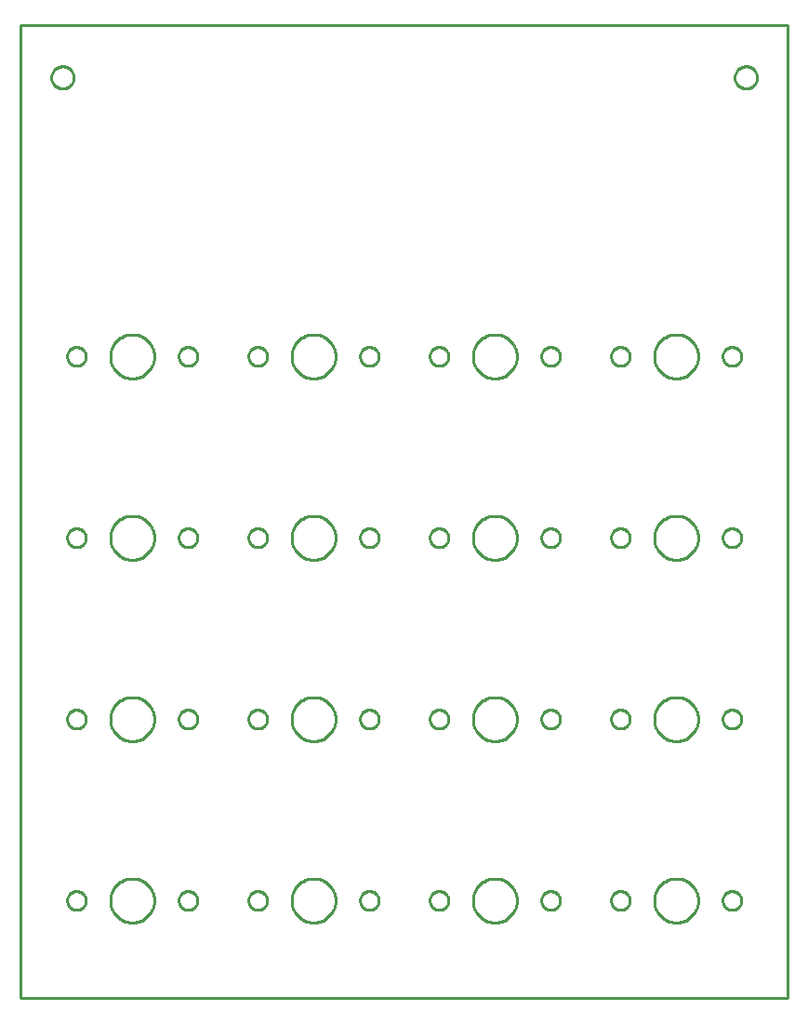
<source format=gbr>
G04 EAGLE Gerber RS-274X export*
G75*
%MOMM*%
%FSLAX34Y34*%
%LPD*%
%IN*%
%IPPOS*%
%AMOC8*
5,1,8,0,0,1.08239X$1,22.5*%
G01*
%ADD10C,0.254000*%


D10*
X0Y0D02*
X698300Y0D01*
X698300Y885700D01*
X0Y885700D01*
X0Y0D01*
X48260Y837756D02*
X48183Y836873D01*
X48029Y835999D01*
X47799Y835142D01*
X47496Y834308D01*
X47121Y833504D01*
X46677Y832736D01*
X46168Y832009D01*
X45598Y831329D01*
X44971Y830702D01*
X44291Y830132D01*
X43564Y829623D01*
X42796Y829179D01*
X41992Y828804D01*
X41158Y828501D01*
X40301Y828271D01*
X39427Y828117D01*
X38544Y828040D01*
X37656Y828040D01*
X36773Y828117D01*
X35899Y828271D01*
X35042Y828501D01*
X34208Y828804D01*
X33404Y829179D01*
X32636Y829623D01*
X31909Y830132D01*
X31229Y830702D01*
X30602Y831329D01*
X30032Y832009D01*
X29523Y832736D01*
X29079Y833504D01*
X28704Y834308D01*
X28401Y835142D01*
X28171Y835999D01*
X28017Y836873D01*
X27940Y837756D01*
X27940Y838644D01*
X28017Y839527D01*
X28171Y840401D01*
X28401Y841258D01*
X28704Y842092D01*
X29079Y842896D01*
X29523Y843664D01*
X30032Y844391D01*
X30602Y845071D01*
X31229Y845698D01*
X31909Y846268D01*
X32636Y846777D01*
X33404Y847221D01*
X34208Y847596D01*
X35042Y847899D01*
X35899Y848129D01*
X36773Y848283D01*
X37656Y848360D01*
X38544Y848360D01*
X39427Y848283D01*
X40301Y848129D01*
X41158Y847899D01*
X41992Y847596D01*
X42796Y847221D01*
X43564Y846777D01*
X44291Y846268D01*
X44971Y845698D01*
X45598Y845071D01*
X46168Y844391D01*
X46677Y843664D01*
X47121Y842896D01*
X47496Y842092D01*
X47799Y841258D01*
X48029Y840401D01*
X48183Y839527D01*
X48260Y838644D01*
X48260Y837756D01*
X670560Y837756D02*
X670483Y836873D01*
X670329Y835999D01*
X670099Y835142D01*
X669796Y834308D01*
X669421Y833504D01*
X668977Y832736D01*
X668468Y832009D01*
X667898Y831329D01*
X667271Y830702D01*
X666591Y830132D01*
X665864Y829623D01*
X665096Y829179D01*
X664292Y828804D01*
X663458Y828501D01*
X662601Y828271D01*
X661727Y828117D01*
X660844Y828040D01*
X659956Y828040D01*
X659073Y828117D01*
X658199Y828271D01*
X657342Y828501D01*
X656508Y828804D01*
X655704Y829179D01*
X654936Y829623D01*
X654209Y830132D01*
X653529Y830702D01*
X652902Y831329D01*
X652332Y832009D01*
X651823Y832736D01*
X651379Y833504D01*
X651004Y834308D01*
X650701Y835142D01*
X650471Y835999D01*
X650317Y836873D01*
X650240Y837756D01*
X650240Y838644D01*
X650317Y839527D01*
X650471Y840401D01*
X650701Y841258D01*
X651004Y842092D01*
X651379Y842896D01*
X651823Y843664D01*
X652332Y844391D01*
X652902Y845071D01*
X653529Y845698D01*
X654209Y846268D01*
X654936Y846777D01*
X655704Y847221D01*
X656508Y847596D01*
X657342Y847899D01*
X658199Y848129D01*
X659073Y848283D01*
X659956Y848360D01*
X660844Y848360D01*
X661727Y848283D01*
X662601Y848129D01*
X663458Y847899D01*
X664292Y847596D01*
X665096Y847221D01*
X665864Y846777D01*
X666591Y846268D01*
X667271Y845698D01*
X667898Y845071D01*
X668468Y844391D01*
X668977Y843664D01*
X669421Y842896D01*
X669796Y842092D01*
X670099Y841258D01*
X670329Y840401D01*
X670483Y839527D01*
X670560Y838644D01*
X670560Y837756D01*
X121602Y583596D02*
X121529Y582389D01*
X121383Y581189D01*
X121165Y580000D01*
X120876Y578826D01*
X120517Y577672D01*
X120088Y576542D01*
X119592Y575440D01*
X119030Y574369D01*
X118405Y573335D01*
X117718Y572340D01*
X116973Y571389D01*
X116171Y570484D01*
X115316Y569629D01*
X114411Y568828D01*
X113460Y568082D01*
X112465Y567395D01*
X111431Y566770D01*
X110360Y566208D01*
X109258Y565712D01*
X108128Y565283D01*
X106974Y564924D01*
X105800Y564635D01*
X104611Y564417D01*
X103411Y564271D01*
X102204Y564198D01*
X100996Y564198D01*
X99789Y564271D01*
X98589Y564417D01*
X97400Y564635D01*
X96226Y564924D01*
X95072Y565283D01*
X93942Y565712D01*
X92840Y566208D01*
X91769Y566770D01*
X90735Y567395D01*
X89740Y568082D01*
X88789Y568828D01*
X87884Y569629D01*
X87029Y570484D01*
X86228Y571389D01*
X85482Y572340D01*
X84795Y573335D01*
X84170Y574369D01*
X83608Y575440D01*
X83112Y576542D01*
X82683Y577672D01*
X82324Y578826D01*
X82035Y580000D01*
X81817Y581189D01*
X81671Y582389D01*
X81598Y583596D01*
X81598Y584804D01*
X81671Y586011D01*
X81817Y587211D01*
X82035Y588400D01*
X82324Y589574D01*
X82683Y590728D01*
X83112Y591858D01*
X83608Y592960D01*
X84170Y594031D01*
X84795Y595065D01*
X85482Y596060D01*
X86228Y597011D01*
X87029Y597916D01*
X87884Y598771D01*
X88789Y599573D01*
X89740Y600318D01*
X90735Y601005D01*
X91769Y601630D01*
X92840Y602192D01*
X93942Y602688D01*
X95072Y603117D01*
X96226Y603476D01*
X97400Y603765D01*
X98589Y603983D01*
X99789Y604129D01*
X100996Y604202D01*
X102204Y604202D01*
X103411Y604129D01*
X104611Y603983D01*
X105800Y603765D01*
X106974Y603476D01*
X108128Y603117D01*
X109258Y602688D01*
X110360Y602192D01*
X111431Y601630D01*
X112465Y601005D01*
X113460Y600318D01*
X114411Y599573D01*
X115316Y598771D01*
X116171Y597916D01*
X116973Y597011D01*
X117718Y596060D01*
X118405Y595065D01*
X119030Y594031D01*
X119592Y592960D01*
X120088Y591858D01*
X120517Y590728D01*
X120876Y589574D01*
X121165Y588400D01*
X121383Y587211D01*
X121529Y586011D01*
X121602Y584804D01*
X121602Y583596D01*
X160972Y583826D02*
X160907Y583080D01*
X160777Y582343D01*
X160583Y581620D01*
X160327Y580917D01*
X160011Y580238D01*
X159636Y579590D01*
X159207Y578977D01*
X158726Y578403D01*
X158197Y577874D01*
X157623Y577393D01*
X157010Y576964D01*
X156362Y576589D01*
X155684Y576273D01*
X154980Y576017D01*
X154257Y575823D01*
X153520Y575693D01*
X152774Y575628D01*
X152026Y575628D01*
X151280Y575693D01*
X150543Y575823D01*
X149820Y576017D01*
X149117Y576273D01*
X148438Y576589D01*
X147790Y576964D01*
X147177Y577393D01*
X146603Y577874D01*
X146074Y578403D01*
X145593Y578977D01*
X145164Y579590D01*
X144789Y580238D01*
X144473Y580917D01*
X144217Y581620D01*
X144023Y582343D01*
X143893Y583080D01*
X143828Y583826D01*
X143828Y584574D01*
X143893Y585320D01*
X144023Y586057D01*
X144217Y586780D01*
X144473Y587484D01*
X144789Y588162D01*
X145164Y588810D01*
X145593Y589423D01*
X146074Y589997D01*
X146603Y590526D01*
X147177Y591007D01*
X147790Y591436D01*
X148438Y591811D01*
X149117Y592127D01*
X149820Y592383D01*
X150543Y592577D01*
X151280Y592707D01*
X152026Y592772D01*
X152774Y592772D01*
X153520Y592707D01*
X154257Y592577D01*
X154980Y592383D01*
X155684Y592127D01*
X156362Y591811D01*
X157010Y591436D01*
X157623Y591007D01*
X158197Y590526D01*
X158726Y589997D01*
X159207Y589423D01*
X159636Y588810D01*
X160011Y588162D01*
X160327Y587484D01*
X160583Y586780D01*
X160777Y586057D01*
X160907Y585320D01*
X160972Y584574D01*
X160972Y583826D01*
X59372Y583826D02*
X59307Y583080D01*
X59177Y582343D01*
X58983Y581620D01*
X58727Y580917D01*
X58411Y580238D01*
X58036Y579590D01*
X57607Y578977D01*
X57126Y578403D01*
X56597Y577874D01*
X56023Y577393D01*
X55410Y576964D01*
X54762Y576589D01*
X54084Y576273D01*
X53380Y576017D01*
X52657Y575823D01*
X51920Y575693D01*
X51174Y575628D01*
X50426Y575628D01*
X49680Y575693D01*
X48943Y575823D01*
X48220Y576017D01*
X47517Y576273D01*
X46838Y576589D01*
X46190Y576964D01*
X45577Y577393D01*
X45003Y577874D01*
X44474Y578403D01*
X43993Y578977D01*
X43564Y579590D01*
X43189Y580238D01*
X42873Y580917D01*
X42617Y581620D01*
X42423Y582343D01*
X42293Y583080D01*
X42228Y583826D01*
X42228Y584574D01*
X42293Y585320D01*
X42423Y586057D01*
X42617Y586780D01*
X42873Y587484D01*
X43189Y588162D01*
X43564Y588810D01*
X43993Y589423D01*
X44474Y589997D01*
X45003Y590526D01*
X45577Y591007D01*
X46190Y591436D01*
X46838Y591811D01*
X47517Y592127D01*
X48220Y592383D01*
X48943Y592577D01*
X49680Y592707D01*
X50426Y592772D01*
X51174Y592772D01*
X51920Y592707D01*
X52657Y592577D01*
X53380Y592383D01*
X54084Y592127D01*
X54762Y591811D01*
X55410Y591436D01*
X56023Y591007D01*
X56597Y590526D01*
X57126Y589997D01*
X57607Y589423D01*
X58036Y588810D01*
X58411Y588162D01*
X58727Y587484D01*
X58983Y586780D01*
X59177Y586057D01*
X59307Y585320D01*
X59372Y584574D01*
X59372Y583826D01*
X121602Y418496D02*
X121529Y417289D01*
X121383Y416089D01*
X121165Y414900D01*
X120876Y413726D01*
X120517Y412572D01*
X120088Y411442D01*
X119592Y410340D01*
X119030Y409269D01*
X118405Y408235D01*
X117718Y407240D01*
X116973Y406289D01*
X116171Y405384D01*
X115316Y404529D01*
X114411Y403728D01*
X113460Y402982D01*
X112465Y402295D01*
X111431Y401670D01*
X110360Y401108D01*
X109258Y400612D01*
X108128Y400183D01*
X106974Y399824D01*
X105800Y399535D01*
X104611Y399317D01*
X103411Y399171D01*
X102204Y399098D01*
X100996Y399098D01*
X99789Y399171D01*
X98589Y399317D01*
X97400Y399535D01*
X96226Y399824D01*
X95072Y400183D01*
X93942Y400612D01*
X92840Y401108D01*
X91769Y401670D01*
X90735Y402295D01*
X89740Y402982D01*
X88789Y403728D01*
X87884Y404529D01*
X87029Y405384D01*
X86228Y406289D01*
X85482Y407240D01*
X84795Y408235D01*
X84170Y409269D01*
X83608Y410340D01*
X83112Y411442D01*
X82683Y412572D01*
X82324Y413726D01*
X82035Y414900D01*
X81817Y416089D01*
X81671Y417289D01*
X81598Y418496D01*
X81598Y419704D01*
X81671Y420911D01*
X81817Y422111D01*
X82035Y423300D01*
X82324Y424474D01*
X82683Y425628D01*
X83112Y426758D01*
X83608Y427860D01*
X84170Y428931D01*
X84795Y429965D01*
X85482Y430960D01*
X86228Y431911D01*
X87029Y432816D01*
X87884Y433671D01*
X88789Y434473D01*
X89740Y435218D01*
X90735Y435905D01*
X91769Y436530D01*
X92840Y437092D01*
X93942Y437588D01*
X95072Y438017D01*
X96226Y438376D01*
X97400Y438665D01*
X98589Y438883D01*
X99789Y439029D01*
X100996Y439102D01*
X102204Y439102D01*
X103411Y439029D01*
X104611Y438883D01*
X105800Y438665D01*
X106974Y438376D01*
X108128Y438017D01*
X109258Y437588D01*
X110360Y437092D01*
X111431Y436530D01*
X112465Y435905D01*
X113460Y435218D01*
X114411Y434473D01*
X115316Y433671D01*
X116171Y432816D01*
X116973Y431911D01*
X117718Y430960D01*
X118405Y429965D01*
X119030Y428931D01*
X119592Y427860D01*
X120088Y426758D01*
X120517Y425628D01*
X120876Y424474D01*
X121165Y423300D01*
X121383Y422111D01*
X121529Y420911D01*
X121602Y419704D01*
X121602Y418496D01*
X160972Y418726D02*
X160907Y417980D01*
X160777Y417243D01*
X160583Y416520D01*
X160327Y415817D01*
X160011Y415138D01*
X159636Y414490D01*
X159207Y413877D01*
X158726Y413303D01*
X158197Y412774D01*
X157623Y412293D01*
X157010Y411864D01*
X156362Y411489D01*
X155684Y411173D01*
X154980Y410917D01*
X154257Y410723D01*
X153520Y410593D01*
X152774Y410528D01*
X152026Y410528D01*
X151280Y410593D01*
X150543Y410723D01*
X149820Y410917D01*
X149117Y411173D01*
X148438Y411489D01*
X147790Y411864D01*
X147177Y412293D01*
X146603Y412774D01*
X146074Y413303D01*
X145593Y413877D01*
X145164Y414490D01*
X144789Y415138D01*
X144473Y415817D01*
X144217Y416520D01*
X144023Y417243D01*
X143893Y417980D01*
X143828Y418726D01*
X143828Y419474D01*
X143893Y420220D01*
X144023Y420957D01*
X144217Y421680D01*
X144473Y422384D01*
X144789Y423062D01*
X145164Y423710D01*
X145593Y424323D01*
X146074Y424897D01*
X146603Y425426D01*
X147177Y425907D01*
X147790Y426336D01*
X148438Y426711D01*
X149117Y427027D01*
X149820Y427283D01*
X150543Y427477D01*
X151280Y427607D01*
X152026Y427672D01*
X152774Y427672D01*
X153520Y427607D01*
X154257Y427477D01*
X154980Y427283D01*
X155684Y427027D01*
X156362Y426711D01*
X157010Y426336D01*
X157623Y425907D01*
X158197Y425426D01*
X158726Y424897D01*
X159207Y424323D01*
X159636Y423710D01*
X160011Y423062D01*
X160327Y422384D01*
X160583Y421680D01*
X160777Y420957D01*
X160907Y420220D01*
X160972Y419474D01*
X160972Y418726D01*
X59372Y418726D02*
X59307Y417980D01*
X59177Y417243D01*
X58983Y416520D01*
X58727Y415817D01*
X58411Y415138D01*
X58036Y414490D01*
X57607Y413877D01*
X57126Y413303D01*
X56597Y412774D01*
X56023Y412293D01*
X55410Y411864D01*
X54762Y411489D01*
X54084Y411173D01*
X53380Y410917D01*
X52657Y410723D01*
X51920Y410593D01*
X51174Y410528D01*
X50426Y410528D01*
X49680Y410593D01*
X48943Y410723D01*
X48220Y410917D01*
X47517Y411173D01*
X46838Y411489D01*
X46190Y411864D01*
X45577Y412293D01*
X45003Y412774D01*
X44474Y413303D01*
X43993Y413877D01*
X43564Y414490D01*
X43189Y415138D01*
X42873Y415817D01*
X42617Y416520D01*
X42423Y417243D01*
X42293Y417980D01*
X42228Y418726D01*
X42228Y419474D01*
X42293Y420220D01*
X42423Y420957D01*
X42617Y421680D01*
X42873Y422384D01*
X43189Y423062D01*
X43564Y423710D01*
X43993Y424323D01*
X44474Y424897D01*
X45003Y425426D01*
X45577Y425907D01*
X46190Y426336D01*
X46838Y426711D01*
X47517Y427027D01*
X48220Y427283D01*
X48943Y427477D01*
X49680Y427607D01*
X50426Y427672D01*
X51174Y427672D01*
X51920Y427607D01*
X52657Y427477D01*
X53380Y427283D01*
X54084Y427027D01*
X54762Y426711D01*
X55410Y426336D01*
X56023Y425907D01*
X56597Y425426D01*
X57126Y424897D01*
X57607Y424323D01*
X58036Y423710D01*
X58411Y423062D01*
X58727Y422384D01*
X58983Y421680D01*
X59177Y420957D01*
X59307Y420220D01*
X59372Y419474D01*
X59372Y418726D01*
X121602Y253396D02*
X121529Y252189D01*
X121383Y250989D01*
X121165Y249800D01*
X120876Y248626D01*
X120517Y247472D01*
X120088Y246342D01*
X119592Y245240D01*
X119030Y244169D01*
X118405Y243135D01*
X117718Y242140D01*
X116973Y241189D01*
X116171Y240284D01*
X115316Y239429D01*
X114411Y238628D01*
X113460Y237882D01*
X112465Y237195D01*
X111431Y236570D01*
X110360Y236008D01*
X109258Y235512D01*
X108128Y235083D01*
X106974Y234724D01*
X105800Y234435D01*
X104611Y234217D01*
X103411Y234071D01*
X102204Y233998D01*
X100996Y233998D01*
X99789Y234071D01*
X98589Y234217D01*
X97400Y234435D01*
X96226Y234724D01*
X95072Y235083D01*
X93942Y235512D01*
X92840Y236008D01*
X91769Y236570D01*
X90735Y237195D01*
X89740Y237882D01*
X88789Y238628D01*
X87884Y239429D01*
X87029Y240284D01*
X86228Y241189D01*
X85482Y242140D01*
X84795Y243135D01*
X84170Y244169D01*
X83608Y245240D01*
X83112Y246342D01*
X82683Y247472D01*
X82324Y248626D01*
X82035Y249800D01*
X81817Y250989D01*
X81671Y252189D01*
X81598Y253396D01*
X81598Y254604D01*
X81671Y255811D01*
X81817Y257011D01*
X82035Y258200D01*
X82324Y259374D01*
X82683Y260528D01*
X83112Y261658D01*
X83608Y262760D01*
X84170Y263831D01*
X84795Y264865D01*
X85482Y265860D01*
X86228Y266811D01*
X87029Y267716D01*
X87884Y268571D01*
X88789Y269373D01*
X89740Y270118D01*
X90735Y270805D01*
X91769Y271430D01*
X92840Y271992D01*
X93942Y272488D01*
X95072Y272917D01*
X96226Y273276D01*
X97400Y273565D01*
X98589Y273783D01*
X99789Y273929D01*
X100996Y274002D01*
X102204Y274002D01*
X103411Y273929D01*
X104611Y273783D01*
X105800Y273565D01*
X106974Y273276D01*
X108128Y272917D01*
X109258Y272488D01*
X110360Y271992D01*
X111431Y271430D01*
X112465Y270805D01*
X113460Y270118D01*
X114411Y269373D01*
X115316Y268571D01*
X116171Y267716D01*
X116973Y266811D01*
X117718Y265860D01*
X118405Y264865D01*
X119030Y263831D01*
X119592Y262760D01*
X120088Y261658D01*
X120517Y260528D01*
X120876Y259374D01*
X121165Y258200D01*
X121383Y257011D01*
X121529Y255811D01*
X121602Y254604D01*
X121602Y253396D01*
X160972Y253626D02*
X160907Y252880D01*
X160777Y252143D01*
X160583Y251420D01*
X160327Y250717D01*
X160011Y250038D01*
X159636Y249390D01*
X159207Y248777D01*
X158726Y248203D01*
X158197Y247674D01*
X157623Y247193D01*
X157010Y246764D01*
X156362Y246389D01*
X155684Y246073D01*
X154980Y245817D01*
X154257Y245623D01*
X153520Y245493D01*
X152774Y245428D01*
X152026Y245428D01*
X151280Y245493D01*
X150543Y245623D01*
X149820Y245817D01*
X149117Y246073D01*
X148438Y246389D01*
X147790Y246764D01*
X147177Y247193D01*
X146603Y247674D01*
X146074Y248203D01*
X145593Y248777D01*
X145164Y249390D01*
X144789Y250038D01*
X144473Y250717D01*
X144217Y251420D01*
X144023Y252143D01*
X143893Y252880D01*
X143828Y253626D01*
X143828Y254374D01*
X143893Y255120D01*
X144023Y255857D01*
X144217Y256580D01*
X144473Y257284D01*
X144789Y257962D01*
X145164Y258610D01*
X145593Y259223D01*
X146074Y259797D01*
X146603Y260326D01*
X147177Y260807D01*
X147790Y261236D01*
X148438Y261611D01*
X149117Y261927D01*
X149820Y262183D01*
X150543Y262377D01*
X151280Y262507D01*
X152026Y262572D01*
X152774Y262572D01*
X153520Y262507D01*
X154257Y262377D01*
X154980Y262183D01*
X155684Y261927D01*
X156362Y261611D01*
X157010Y261236D01*
X157623Y260807D01*
X158197Y260326D01*
X158726Y259797D01*
X159207Y259223D01*
X159636Y258610D01*
X160011Y257962D01*
X160327Y257284D01*
X160583Y256580D01*
X160777Y255857D01*
X160907Y255120D01*
X160972Y254374D01*
X160972Y253626D01*
X59372Y253626D02*
X59307Y252880D01*
X59177Y252143D01*
X58983Y251420D01*
X58727Y250717D01*
X58411Y250038D01*
X58036Y249390D01*
X57607Y248777D01*
X57126Y248203D01*
X56597Y247674D01*
X56023Y247193D01*
X55410Y246764D01*
X54762Y246389D01*
X54084Y246073D01*
X53380Y245817D01*
X52657Y245623D01*
X51920Y245493D01*
X51174Y245428D01*
X50426Y245428D01*
X49680Y245493D01*
X48943Y245623D01*
X48220Y245817D01*
X47517Y246073D01*
X46838Y246389D01*
X46190Y246764D01*
X45577Y247193D01*
X45003Y247674D01*
X44474Y248203D01*
X43993Y248777D01*
X43564Y249390D01*
X43189Y250038D01*
X42873Y250717D01*
X42617Y251420D01*
X42423Y252143D01*
X42293Y252880D01*
X42228Y253626D01*
X42228Y254374D01*
X42293Y255120D01*
X42423Y255857D01*
X42617Y256580D01*
X42873Y257284D01*
X43189Y257962D01*
X43564Y258610D01*
X43993Y259223D01*
X44474Y259797D01*
X45003Y260326D01*
X45577Y260807D01*
X46190Y261236D01*
X46838Y261611D01*
X47517Y261927D01*
X48220Y262183D01*
X48943Y262377D01*
X49680Y262507D01*
X50426Y262572D01*
X51174Y262572D01*
X51920Y262507D01*
X52657Y262377D01*
X53380Y262183D01*
X54084Y261927D01*
X54762Y261611D01*
X55410Y261236D01*
X56023Y260807D01*
X56597Y260326D01*
X57126Y259797D01*
X57607Y259223D01*
X58036Y258610D01*
X58411Y257962D01*
X58727Y257284D01*
X58983Y256580D01*
X59177Y255857D01*
X59307Y255120D01*
X59372Y254374D01*
X59372Y253626D01*
X121602Y88296D02*
X121529Y87089D01*
X121383Y85889D01*
X121165Y84700D01*
X120876Y83526D01*
X120517Y82372D01*
X120088Y81242D01*
X119592Y80140D01*
X119030Y79069D01*
X118405Y78035D01*
X117718Y77040D01*
X116973Y76089D01*
X116171Y75184D01*
X115316Y74329D01*
X114411Y73528D01*
X113460Y72782D01*
X112465Y72095D01*
X111431Y71470D01*
X110360Y70908D01*
X109258Y70412D01*
X108128Y69983D01*
X106974Y69624D01*
X105800Y69335D01*
X104611Y69117D01*
X103411Y68971D01*
X102204Y68898D01*
X100996Y68898D01*
X99789Y68971D01*
X98589Y69117D01*
X97400Y69335D01*
X96226Y69624D01*
X95072Y69983D01*
X93942Y70412D01*
X92840Y70908D01*
X91769Y71470D01*
X90735Y72095D01*
X89740Y72782D01*
X88789Y73528D01*
X87884Y74329D01*
X87029Y75184D01*
X86228Y76089D01*
X85482Y77040D01*
X84795Y78035D01*
X84170Y79069D01*
X83608Y80140D01*
X83112Y81242D01*
X82683Y82372D01*
X82324Y83526D01*
X82035Y84700D01*
X81817Y85889D01*
X81671Y87089D01*
X81598Y88296D01*
X81598Y89504D01*
X81671Y90711D01*
X81817Y91911D01*
X82035Y93100D01*
X82324Y94274D01*
X82683Y95428D01*
X83112Y96558D01*
X83608Y97660D01*
X84170Y98731D01*
X84795Y99765D01*
X85482Y100760D01*
X86228Y101711D01*
X87029Y102616D01*
X87884Y103471D01*
X88789Y104273D01*
X89740Y105018D01*
X90735Y105705D01*
X91769Y106330D01*
X92840Y106892D01*
X93942Y107388D01*
X95072Y107817D01*
X96226Y108176D01*
X97400Y108465D01*
X98589Y108683D01*
X99789Y108829D01*
X100996Y108902D01*
X102204Y108902D01*
X103411Y108829D01*
X104611Y108683D01*
X105800Y108465D01*
X106974Y108176D01*
X108128Y107817D01*
X109258Y107388D01*
X110360Y106892D01*
X111431Y106330D01*
X112465Y105705D01*
X113460Y105018D01*
X114411Y104273D01*
X115316Y103471D01*
X116171Y102616D01*
X116973Y101711D01*
X117718Y100760D01*
X118405Y99765D01*
X119030Y98731D01*
X119592Y97660D01*
X120088Y96558D01*
X120517Y95428D01*
X120876Y94274D01*
X121165Y93100D01*
X121383Y91911D01*
X121529Y90711D01*
X121602Y89504D01*
X121602Y88296D01*
X160972Y88526D02*
X160907Y87780D01*
X160777Y87043D01*
X160583Y86320D01*
X160327Y85617D01*
X160011Y84938D01*
X159636Y84290D01*
X159207Y83677D01*
X158726Y83103D01*
X158197Y82574D01*
X157623Y82093D01*
X157010Y81664D01*
X156362Y81289D01*
X155684Y80973D01*
X154980Y80717D01*
X154257Y80523D01*
X153520Y80393D01*
X152774Y80328D01*
X152026Y80328D01*
X151280Y80393D01*
X150543Y80523D01*
X149820Y80717D01*
X149117Y80973D01*
X148438Y81289D01*
X147790Y81664D01*
X147177Y82093D01*
X146603Y82574D01*
X146074Y83103D01*
X145593Y83677D01*
X145164Y84290D01*
X144789Y84938D01*
X144473Y85617D01*
X144217Y86320D01*
X144023Y87043D01*
X143893Y87780D01*
X143828Y88526D01*
X143828Y89274D01*
X143893Y90020D01*
X144023Y90757D01*
X144217Y91480D01*
X144473Y92184D01*
X144789Y92862D01*
X145164Y93510D01*
X145593Y94123D01*
X146074Y94697D01*
X146603Y95226D01*
X147177Y95707D01*
X147790Y96136D01*
X148438Y96511D01*
X149117Y96827D01*
X149820Y97083D01*
X150543Y97277D01*
X151280Y97407D01*
X152026Y97472D01*
X152774Y97472D01*
X153520Y97407D01*
X154257Y97277D01*
X154980Y97083D01*
X155684Y96827D01*
X156362Y96511D01*
X157010Y96136D01*
X157623Y95707D01*
X158197Y95226D01*
X158726Y94697D01*
X159207Y94123D01*
X159636Y93510D01*
X160011Y92862D01*
X160327Y92184D01*
X160583Y91480D01*
X160777Y90757D01*
X160907Y90020D01*
X160972Y89274D01*
X160972Y88526D01*
X59372Y88526D02*
X59307Y87780D01*
X59177Y87043D01*
X58983Y86320D01*
X58727Y85617D01*
X58411Y84938D01*
X58036Y84290D01*
X57607Y83677D01*
X57126Y83103D01*
X56597Y82574D01*
X56023Y82093D01*
X55410Y81664D01*
X54762Y81289D01*
X54084Y80973D01*
X53380Y80717D01*
X52657Y80523D01*
X51920Y80393D01*
X51174Y80328D01*
X50426Y80328D01*
X49680Y80393D01*
X48943Y80523D01*
X48220Y80717D01*
X47517Y80973D01*
X46838Y81289D01*
X46190Y81664D01*
X45577Y82093D01*
X45003Y82574D01*
X44474Y83103D01*
X43993Y83677D01*
X43564Y84290D01*
X43189Y84938D01*
X42873Y85617D01*
X42617Y86320D01*
X42423Y87043D01*
X42293Y87780D01*
X42228Y88526D01*
X42228Y89274D01*
X42293Y90020D01*
X42423Y90757D01*
X42617Y91480D01*
X42873Y92184D01*
X43189Y92862D01*
X43564Y93510D01*
X43993Y94123D01*
X44474Y94697D01*
X45003Y95226D01*
X45577Y95707D01*
X46190Y96136D01*
X46838Y96511D01*
X47517Y96827D01*
X48220Y97083D01*
X48943Y97277D01*
X49680Y97407D01*
X50426Y97472D01*
X51174Y97472D01*
X51920Y97407D01*
X52657Y97277D01*
X53380Y97083D01*
X54084Y96827D01*
X54762Y96511D01*
X55410Y96136D01*
X56023Y95707D01*
X56597Y95226D01*
X57126Y94697D01*
X57607Y94123D01*
X58036Y93510D01*
X58411Y92862D01*
X58727Y92184D01*
X58983Y91480D01*
X59177Y90757D01*
X59307Y90020D01*
X59372Y89274D01*
X59372Y88526D01*
X286702Y583596D02*
X286629Y582389D01*
X286483Y581189D01*
X286265Y580000D01*
X285976Y578826D01*
X285617Y577672D01*
X285188Y576542D01*
X284692Y575440D01*
X284130Y574369D01*
X283505Y573335D01*
X282818Y572340D01*
X282073Y571389D01*
X281271Y570484D01*
X280416Y569629D01*
X279511Y568828D01*
X278560Y568082D01*
X277565Y567395D01*
X276531Y566770D01*
X275460Y566208D01*
X274358Y565712D01*
X273228Y565283D01*
X272074Y564924D01*
X270900Y564635D01*
X269711Y564417D01*
X268511Y564271D01*
X267304Y564198D01*
X266096Y564198D01*
X264889Y564271D01*
X263689Y564417D01*
X262500Y564635D01*
X261326Y564924D01*
X260172Y565283D01*
X259042Y565712D01*
X257940Y566208D01*
X256869Y566770D01*
X255835Y567395D01*
X254840Y568082D01*
X253889Y568828D01*
X252984Y569629D01*
X252129Y570484D01*
X251328Y571389D01*
X250582Y572340D01*
X249895Y573335D01*
X249270Y574369D01*
X248708Y575440D01*
X248212Y576542D01*
X247783Y577672D01*
X247424Y578826D01*
X247135Y580000D01*
X246917Y581189D01*
X246771Y582389D01*
X246698Y583596D01*
X246698Y584804D01*
X246771Y586011D01*
X246917Y587211D01*
X247135Y588400D01*
X247424Y589574D01*
X247783Y590728D01*
X248212Y591858D01*
X248708Y592960D01*
X249270Y594031D01*
X249895Y595065D01*
X250582Y596060D01*
X251328Y597011D01*
X252129Y597916D01*
X252984Y598771D01*
X253889Y599573D01*
X254840Y600318D01*
X255835Y601005D01*
X256869Y601630D01*
X257940Y602192D01*
X259042Y602688D01*
X260172Y603117D01*
X261326Y603476D01*
X262500Y603765D01*
X263689Y603983D01*
X264889Y604129D01*
X266096Y604202D01*
X267304Y604202D01*
X268511Y604129D01*
X269711Y603983D01*
X270900Y603765D01*
X272074Y603476D01*
X273228Y603117D01*
X274358Y602688D01*
X275460Y602192D01*
X276531Y601630D01*
X277565Y601005D01*
X278560Y600318D01*
X279511Y599573D01*
X280416Y598771D01*
X281271Y597916D01*
X282073Y597011D01*
X282818Y596060D01*
X283505Y595065D01*
X284130Y594031D01*
X284692Y592960D01*
X285188Y591858D01*
X285617Y590728D01*
X285976Y589574D01*
X286265Y588400D01*
X286483Y587211D01*
X286629Y586011D01*
X286702Y584804D01*
X286702Y583596D01*
X326072Y583826D02*
X326007Y583080D01*
X325877Y582343D01*
X325683Y581620D01*
X325427Y580917D01*
X325111Y580238D01*
X324736Y579590D01*
X324307Y578977D01*
X323826Y578403D01*
X323297Y577874D01*
X322723Y577393D01*
X322110Y576964D01*
X321462Y576589D01*
X320784Y576273D01*
X320080Y576017D01*
X319357Y575823D01*
X318620Y575693D01*
X317874Y575628D01*
X317126Y575628D01*
X316380Y575693D01*
X315643Y575823D01*
X314920Y576017D01*
X314217Y576273D01*
X313538Y576589D01*
X312890Y576964D01*
X312277Y577393D01*
X311703Y577874D01*
X311174Y578403D01*
X310693Y578977D01*
X310264Y579590D01*
X309889Y580238D01*
X309573Y580917D01*
X309317Y581620D01*
X309123Y582343D01*
X308993Y583080D01*
X308928Y583826D01*
X308928Y584574D01*
X308993Y585320D01*
X309123Y586057D01*
X309317Y586780D01*
X309573Y587484D01*
X309889Y588162D01*
X310264Y588810D01*
X310693Y589423D01*
X311174Y589997D01*
X311703Y590526D01*
X312277Y591007D01*
X312890Y591436D01*
X313538Y591811D01*
X314217Y592127D01*
X314920Y592383D01*
X315643Y592577D01*
X316380Y592707D01*
X317126Y592772D01*
X317874Y592772D01*
X318620Y592707D01*
X319357Y592577D01*
X320080Y592383D01*
X320784Y592127D01*
X321462Y591811D01*
X322110Y591436D01*
X322723Y591007D01*
X323297Y590526D01*
X323826Y589997D01*
X324307Y589423D01*
X324736Y588810D01*
X325111Y588162D01*
X325427Y587484D01*
X325683Y586780D01*
X325877Y586057D01*
X326007Y585320D01*
X326072Y584574D01*
X326072Y583826D01*
X224472Y583826D02*
X224407Y583080D01*
X224277Y582343D01*
X224083Y581620D01*
X223827Y580917D01*
X223511Y580238D01*
X223136Y579590D01*
X222707Y578977D01*
X222226Y578403D01*
X221697Y577874D01*
X221123Y577393D01*
X220510Y576964D01*
X219862Y576589D01*
X219184Y576273D01*
X218480Y576017D01*
X217757Y575823D01*
X217020Y575693D01*
X216274Y575628D01*
X215526Y575628D01*
X214780Y575693D01*
X214043Y575823D01*
X213320Y576017D01*
X212617Y576273D01*
X211938Y576589D01*
X211290Y576964D01*
X210677Y577393D01*
X210103Y577874D01*
X209574Y578403D01*
X209093Y578977D01*
X208664Y579590D01*
X208289Y580238D01*
X207973Y580917D01*
X207717Y581620D01*
X207523Y582343D01*
X207393Y583080D01*
X207328Y583826D01*
X207328Y584574D01*
X207393Y585320D01*
X207523Y586057D01*
X207717Y586780D01*
X207973Y587484D01*
X208289Y588162D01*
X208664Y588810D01*
X209093Y589423D01*
X209574Y589997D01*
X210103Y590526D01*
X210677Y591007D01*
X211290Y591436D01*
X211938Y591811D01*
X212617Y592127D01*
X213320Y592383D01*
X214043Y592577D01*
X214780Y592707D01*
X215526Y592772D01*
X216274Y592772D01*
X217020Y592707D01*
X217757Y592577D01*
X218480Y592383D01*
X219184Y592127D01*
X219862Y591811D01*
X220510Y591436D01*
X221123Y591007D01*
X221697Y590526D01*
X222226Y589997D01*
X222707Y589423D01*
X223136Y588810D01*
X223511Y588162D01*
X223827Y587484D01*
X224083Y586780D01*
X224277Y586057D01*
X224407Y585320D01*
X224472Y584574D01*
X224472Y583826D01*
X286702Y418496D02*
X286629Y417289D01*
X286483Y416089D01*
X286265Y414900D01*
X285976Y413726D01*
X285617Y412572D01*
X285188Y411442D01*
X284692Y410340D01*
X284130Y409269D01*
X283505Y408235D01*
X282818Y407240D01*
X282073Y406289D01*
X281271Y405384D01*
X280416Y404529D01*
X279511Y403728D01*
X278560Y402982D01*
X277565Y402295D01*
X276531Y401670D01*
X275460Y401108D01*
X274358Y400612D01*
X273228Y400183D01*
X272074Y399824D01*
X270900Y399535D01*
X269711Y399317D01*
X268511Y399171D01*
X267304Y399098D01*
X266096Y399098D01*
X264889Y399171D01*
X263689Y399317D01*
X262500Y399535D01*
X261326Y399824D01*
X260172Y400183D01*
X259042Y400612D01*
X257940Y401108D01*
X256869Y401670D01*
X255835Y402295D01*
X254840Y402982D01*
X253889Y403728D01*
X252984Y404529D01*
X252129Y405384D01*
X251328Y406289D01*
X250582Y407240D01*
X249895Y408235D01*
X249270Y409269D01*
X248708Y410340D01*
X248212Y411442D01*
X247783Y412572D01*
X247424Y413726D01*
X247135Y414900D01*
X246917Y416089D01*
X246771Y417289D01*
X246698Y418496D01*
X246698Y419704D01*
X246771Y420911D01*
X246917Y422111D01*
X247135Y423300D01*
X247424Y424474D01*
X247783Y425628D01*
X248212Y426758D01*
X248708Y427860D01*
X249270Y428931D01*
X249895Y429965D01*
X250582Y430960D01*
X251328Y431911D01*
X252129Y432816D01*
X252984Y433671D01*
X253889Y434473D01*
X254840Y435218D01*
X255835Y435905D01*
X256869Y436530D01*
X257940Y437092D01*
X259042Y437588D01*
X260172Y438017D01*
X261326Y438376D01*
X262500Y438665D01*
X263689Y438883D01*
X264889Y439029D01*
X266096Y439102D01*
X267304Y439102D01*
X268511Y439029D01*
X269711Y438883D01*
X270900Y438665D01*
X272074Y438376D01*
X273228Y438017D01*
X274358Y437588D01*
X275460Y437092D01*
X276531Y436530D01*
X277565Y435905D01*
X278560Y435218D01*
X279511Y434473D01*
X280416Y433671D01*
X281271Y432816D01*
X282073Y431911D01*
X282818Y430960D01*
X283505Y429965D01*
X284130Y428931D01*
X284692Y427860D01*
X285188Y426758D01*
X285617Y425628D01*
X285976Y424474D01*
X286265Y423300D01*
X286483Y422111D01*
X286629Y420911D01*
X286702Y419704D01*
X286702Y418496D01*
X326072Y418726D02*
X326007Y417980D01*
X325877Y417243D01*
X325683Y416520D01*
X325427Y415817D01*
X325111Y415138D01*
X324736Y414490D01*
X324307Y413877D01*
X323826Y413303D01*
X323297Y412774D01*
X322723Y412293D01*
X322110Y411864D01*
X321462Y411489D01*
X320784Y411173D01*
X320080Y410917D01*
X319357Y410723D01*
X318620Y410593D01*
X317874Y410528D01*
X317126Y410528D01*
X316380Y410593D01*
X315643Y410723D01*
X314920Y410917D01*
X314217Y411173D01*
X313538Y411489D01*
X312890Y411864D01*
X312277Y412293D01*
X311703Y412774D01*
X311174Y413303D01*
X310693Y413877D01*
X310264Y414490D01*
X309889Y415138D01*
X309573Y415817D01*
X309317Y416520D01*
X309123Y417243D01*
X308993Y417980D01*
X308928Y418726D01*
X308928Y419474D01*
X308993Y420220D01*
X309123Y420957D01*
X309317Y421680D01*
X309573Y422384D01*
X309889Y423062D01*
X310264Y423710D01*
X310693Y424323D01*
X311174Y424897D01*
X311703Y425426D01*
X312277Y425907D01*
X312890Y426336D01*
X313538Y426711D01*
X314217Y427027D01*
X314920Y427283D01*
X315643Y427477D01*
X316380Y427607D01*
X317126Y427672D01*
X317874Y427672D01*
X318620Y427607D01*
X319357Y427477D01*
X320080Y427283D01*
X320784Y427027D01*
X321462Y426711D01*
X322110Y426336D01*
X322723Y425907D01*
X323297Y425426D01*
X323826Y424897D01*
X324307Y424323D01*
X324736Y423710D01*
X325111Y423062D01*
X325427Y422384D01*
X325683Y421680D01*
X325877Y420957D01*
X326007Y420220D01*
X326072Y419474D01*
X326072Y418726D01*
X224472Y418726D02*
X224407Y417980D01*
X224277Y417243D01*
X224083Y416520D01*
X223827Y415817D01*
X223511Y415138D01*
X223136Y414490D01*
X222707Y413877D01*
X222226Y413303D01*
X221697Y412774D01*
X221123Y412293D01*
X220510Y411864D01*
X219862Y411489D01*
X219184Y411173D01*
X218480Y410917D01*
X217757Y410723D01*
X217020Y410593D01*
X216274Y410528D01*
X215526Y410528D01*
X214780Y410593D01*
X214043Y410723D01*
X213320Y410917D01*
X212617Y411173D01*
X211938Y411489D01*
X211290Y411864D01*
X210677Y412293D01*
X210103Y412774D01*
X209574Y413303D01*
X209093Y413877D01*
X208664Y414490D01*
X208289Y415138D01*
X207973Y415817D01*
X207717Y416520D01*
X207523Y417243D01*
X207393Y417980D01*
X207328Y418726D01*
X207328Y419474D01*
X207393Y420220D01*
X207523Y420957D01*
X207717Y421680D01*
X207973Y422384D01*
X208289Y423062D01*
X208664Y423710D01*
X209093Y424323D01*
X209574Y424897D01*
X210103Y425426D01*
X210677Y425907D01*
X211290Y426336D01*
X211938Y426711D01*
X212617Y427027D01*
X213320Y427283D01*
X214043Y427477D01*
X214780Y427607D01*
X215526Y427672D01*
X216274Y427672D01*
X217020Y427607D01*
X217757Y427477D01*
X218480Y427283D01*
X219184Y427027D01*
X219862Y426711D01*
X220510Y426336D01*
X221123Y425907D01*
X221697Y425426D01*
X222226Y424897D01*
X222707Y424323D01*
X223136Y423710D01*
X223511Y423062D01*
X223827Y422384D01*
X224083Y421680D01*
X224277Y420957D01*
X224407Y420220D01*
X224472Y419474D01*
X224472Y418726D01*
X286702Y253396D02*
X286629Y252189D01*
X286483Y250989D01*
X286265Y249800D01*
X285976Y248626D01*
X285617Y247472D01*
X285188Y246342D01*
X284692Y245240D01*
X284130Y244169D01*
X283505Y243135D01*
X282818Y242140D01*
X282073Y241189D01*
X281271Y240284D01*
X280416Y239429D01*
X279511Y238628D01*
X278560Y237882D01*
X277565Y237195D01*
X276531Y236570D01*
X275460Y236008D01*
X274358Y235512D01*
X273228Y235083D01*
X272074Y234724D01*
X270900Y234435D01*
X269711Y234217D01*
X268511Y234071D01*
X267304Y233998D01*
X266096Y233998D01*
X264889Y234071D01*
X263689Y234217D01*
X262500Y234435D01*
X261326Y234724D01*
X260172Y235083D01*
X259042Y235512D01*
X257940Y236008D01*
X256869Y236570D01*
X255835Y237195D01*
X254840Y237882D01*
X253889Y238628D01*
X252984Y239429D01*
X252129Y240284D01*
X251328Y241189D01*
X250582Y242140D01*
X249895Y243135D01*
X249270Y244169D01*
X248708Y245240D01*
X248212Y246342D01*
X247783Y247472D01*
X247424Y248626D01*
X247135Y249800D01*
X246917Y250989D01*
X246771Y252189D01*
X246698Y253396D01*
X246698Y254604D01*
X246771Y255811D01*
X246917Y257011D01*
X247135Y258200D01*
X247424Y259374D01*
X247783Y260528D01*
X248212Y261658D01*
X248708Y262760D01*
X249270Y263831D01*
X249895Y264865D01*
X250582Y265860D01*
X251328Y266811D01*
X252129Y267716D01*
X252984Y268571D01*
X253889Y269373D01*
X254840Y270118D01*
X255835Y270805D01*
X256869Y271430D01*
X257940Y271992D01*
X259042Y272488D01*
X260172Y272917D01*
X261326Y273276D01*
X262500Y273565D01*
X263689Y273783D01*
X264889Y273929D01*
X266096Y274002D01*
X267304Y274002D01*
X268511Y273929D01*
X269711Y273783D01*
X270900Y273565D01*
X272074Y273276D01*
X273228Y272917D01*
X274358Y272488D01*
X275460Y271992D01*
X276531Y271430D01*
X277565Y270805D01*
X278560Y270118D01*
X279511Y269373D01*
X280416Y268571D01*
X281271Y267716D01*
X282073Y266811D01*
X282818Y265860D01*
X283505Y264865D01*
X284130Y263831D01*
X284692Y262760D01*
X285188Y261658D01*
X285617Y260528D01*
X285976Y259374D01*
X286265Y258200D01*
X286483Y257011D01*
X286629Y255811D01*
X286702Y254604D01*
X286702Y253396D01*
X326072Y253626D02*
X326007Y252880D01*
X325877Y252143D01*
X325683Y251420D01*
X325427Y250717D01*
X325111Y250038D01*
X324736Y249390D01*
X324307Y248777D01*
X323826Y248203D01*
X323297Y247674D01*
X322723Y247193D01*
X322110Y246764D01*
X321462Y246389D01*
X320784Y246073D01*
X320080Y245817D01*
X319357Y245623D01*
X318620Y245493D01*
X317874Y245428D01*
X317126Y245428D01*
X316380Y245493D01*
X315643Y245623D01*
X314920Y245817D01*
X314217Y246073D01*
X313538Y246389D01*
X312890Y246764D01*
X312277Y247193D01*
X311703Y247674D01*
X311174Y248203D01*
X310693Y248777D01*
X310264Y249390D01*
X309889Y250038D01*
X309573Y250717D01*
X309317Y251420D01*
X309123Y252143D01*
X308993Y252880D01*
X308928Y253626D01*
X308928Y254374D01*
X308993Y255120D01*
X309123Y255857D01*
X309317Y256580D01*
X309573Y257284D01*
X309889Y257962D01*
X310264Y258610D01*
X310693Y259223D01*
X311174Y259797D01*
X311703Y260326D01*
X312277Y260807D01*
X312890Y261236D01*
X313538Y261611D01*
X314217Y261927D01*
X314920Y262183D01*
X315643Y262377D01*
X316380Y262507D01*
X317126Y262572D01*
X317874Y262572D01*
X318620Y262507D01*
X319357Y262377D01*
X320080Y262183D01*
X320784Y261927D01*
X321462Y261611D01*
X322110Y261236D01*
X322723Y260807D01*
X323297Y260326D01*
X323826Y259797D01*
X324307Y259223D01*
X324736Y258610D01*
X325111Y257962D01*
X325427Y257284D01*
X325683Y256580D01*
X325877Y255857D01*
X326007Y255120D01*
X326072Y254374D01*
X326072Y253626D01*
X224472Y253626D02*
X224407Y252880D01*
X224277Y252143D01*
X224083Y251420D01*
X223827Y250717D01*
X223511Y250038D01*
X223136Y249390D01*
X222707Y248777D01*
X222226Y248203D01*
X221697Y247674D01*
X221123Y247193D01*
X220510Y246764D01*
X219862Y246389D01*
X219184Y246073D01*
X218480Y245817D01*
X217757Y245623D01*
X217020Y245493D01*
X216274Y245428D01*
X215526Y245428D01*
X214780Y245493D01*
X214043Y245623D01*
X213320Y245817D01*
X212617Y246073D01*
X211938Y246389D01*
X211290Y246764D01*
X210677Y247193D01*
X210103Y247674D01*
X209574Y248203D01*
X209093Y248777D01*
X208664Y249390D01*
X208289Y250038D01*
X207973Y250717D01*
X207717Y251420D01*
X207523Y252143D01*
X207393Y252880D01*
X207328Y253626D01*
X207328Y254374D01*
X207393Y255120D01*
X207523Y255857D01*
X207717Y256580D01*
X207973Y257284D01*
X208289Y257962D01*
X208664Y258610D01*
X209093Y259223D01*
X209574Y259797D01*
X210103Y260326D01*
X210677Y260807D01*
X211290Y261236D01*
X211938Y261611D01*
X212617Y261927D01*
X213320Y262183D01*
X214043Y262377D01*
X214780Y262507D01*
X215526Y262572D01*
X216274Y262572D01*
X217020Y262507D01*
X217757Y262377D01*
X218480Y262183D01*
X219184Y261927D01*
X219862Y261611D01*
X220510Y261236D01*
X221123Y260807D01*
X221697Y260326D01*
X222226Y259797D01*
X222707Y259223D01*
X223136Y258610D01*
X223511Y257962D01*
X223827Y257284D01*
X224083Y256580D01*
X224277Y255857D01*
X224407Y255120D01*
X224472Y254374D01*
X224472Y253626D01*
X286702Y88296D02*
X286629Y87089D01*
X286483Y85889D01*
X286265Y84700D01*
X285976Y83526D01*
X285617Y82372D01*
X285188Y81242D01*
X284692Y80140D01*
X284130Y79069D01*
X283505Y78035D01*
X282818Y77040D01*
X282073Y76089D01*
X281271Y75184D01*
X280416Y74329D01*
X279511Y73528D01*
X278560Y72782D01*
X277565Y72095D01*
X276531Y71470D01*
X275460Y70908D01*
X274358Y70412D01*
X273228Y69983D01*
X272074Y69624D01*
X270900Y69335D01*
X269711Y69117D01*
X268511Y68971D01*
X267304Y68898D01*
X266096Y68898D01*
X264889Y68971D01*
X263689Y69117D01*
X262500Y69335D01*
X261326Y69624D01*
X260172Y69983D01*
X259042Y70412D01*
X257940Y70908D01*
X256869Y71470D01*
X255835Y72095D01*
X254840Y72782D01*
X253889Y73528D01*
X252984Y74329D01*
X252129Y75184D01*
X251328Y76089D01*
X250582Y77040D01*
X249895Y78035D01*
X249270Y79069D01*
X248708Y80140D01*
X248212Y81242D01*
X247783Y82372D01*
X247424Y83526D01*
X247135Y84700D01*
X246917Y85889D01*
X246771Y87089D01*
X246698Y88296D01*
X246698Y89504D01*
X246771Y90711D01*
X246917Y91911D01*
X247135Y93100D01*
X247424Y94274D01*
X247783Y95428D01*
X248212Y96558D01*
X248708Y97660D01*
X249270Y98731D01*
X249895Y99765D01*
X250582Y100760D01*
X251328Y101711D01*
X252129Y102616D01*
X252984Y103471D01*
X253889Y104273D01*
X254840Y105018D01*
X255835Y105705D01*
X256869Y106330D01*
X257940Y106892D01*
X259042Y107388D01*
X260172Y107817D01*
X261326Y108176D01*
X262500Y108465D01*
X263689Y108683D01*
X264889Y108829D01*
X266096Y108902D01*
X267304Y108902D01*
X268511Y108829D01*
X269711Y108683D01*
X270900Y108465D01*
X272074Y108176D01*
X273228Y107817D01*
X274358Y107388D01*
X275460Y106892D01*
X276531Y106330D01*
X277565Y105705D01*
X278560Y105018D01*
X279511Y104273D01*
X280416Y103471D01*
X281271Y102616D01*
X282073Y101711D01*
X282818Y100760D01*
X283505Y99765D01*
X284130Y98731D01*
X284692Y97660D01*
X285188Y96558D01*
X285617Y95428D01*
X285976Y94274D01*
X286265Y93100D01*
X286483Y91911D01*
X286629Y90711D01*
X286702Y89504D01*
X286702Y88296D01*
X326072Y88526D02*
X326007Y87780D01*
X325877Y87043D01*
X325683Y86320D01*
X325427Y85617D01*
X325111Y84938D01*
X324736Y84290D01*
X324307Y83677D01*
X323826Y83103D01*
X323297Y82574D01*
X322723Y82093D01*
X322110Y81664D01*
X321462Y81289D01*
X320784Y80973D01*
X320080Y80717D01*
X319357Y80523D01*
X318620Y80393D01*
X317874Y80328D01*
X317126Y80328D01*
X316380Y80393D01*
X315643Y80523D01*
X314920Y80717D01*
X314217Y80973D01*
X313538Y81289D01*
X312890Y81664D01*
X312277Y82093D01*
X311703Y82574D01*
X311174Y83103D01*
X310693Y83677D01*
X310264Y84290D01*
X309889Y84938D01*
X309573Y85617D01*
X309317Y86320D01*
X309123Y87043D01*
X308993Y87780D01*
X308928Y88526D01*
X308928Y89274D01*
X308993Y90020D01*
X309123Y90757D01*
X309317Y91480D01*
X309573Y92184D01*
X309889Y92862D01*
X310264Y93510D01*
X310693Y94123D01*
X311174Y94697D01*
X311703Y95226D01*
X312277Y95707D01*
X312890Y96136D01*
X313538Y96511D01*
X314217Y96827D01*
X314920Y97083D01*
X315643Y97277D01*
X316380Y97407D01*
X317126Y97472D01*
X317874Y97472D01*
X318620Y97407D01*
X319357Y97277D01*
X320080Y97083D01*
X320784Y96827D01*
X321462Y96511D01*
X322110Y96136D01*
X322723Y95707D01*
X323297Y95226D01*
X323826Y94697D01*
X324307Y94123D01*
X324736Y93510D01*
X325111Y92862D01*
X325427Y92184D01*
X325683Y91480D01*
X325877Y90757D01*
X326007Y90020D01*
X326072Y89274D01*
X326072Y88526D01*
X224472Y88526D02*
X224407Y87780D01*
X224277Y87043D01*
X224083Y86320D01*
X223827Y85617D01*
X223511Y84938D01*
X223136Y84290D01*
X222707Y83677D01*
X222226Y83103D01*
X221697Y82574D01*
X221123Y82093D01*
X220510Y81664D01*
X219862Y81289D01*
X219184Y80973D01*
X218480Y80717D01*
X217757Y80523D01*
X217020Y80393D01*
X216274Y80328D01*
X215526Y80328D01*
X214780Y80393D01*
X214043Y80523D01*
X213320Y80717D01*
X212617Y80973D01*
X211938Y81289D01*
X211290Y81664D01*
X210677Y82093D01*
X210103Y82574D01*
X209574Y83103D01*
X209093Y83677D01*
X208664Y84290D01*
X208289Y84938D01*
X207973Y85617D01*
X207717Y86320D01*
X207523Y87043D01*
X207393Y87780D01*
X207328Y88526D01*
X207328Y89274D01*
X207393Y90020D01*
X207523Y90757D01*
X207717Y91480D01*
X207973Y92184D01*
X208289Y92862D01*
X208664Y93510D01*
X209093Y94123D01*
X209574Y94697D01*
X210103Y95226D01*
X210677Y95707D01*
X211290Y96136D01*
X211938Y96511D01*
X212617Y96827D01*
X213320Y97083D01*
X214043Y97277D01*
X214780Y97407D01*
X215526Y97472D01*
X216274Y97472D01*
X217020Y97407D01*
X217757Y97277D01*
X218480Y97083D01*
X219184Y96827D01*
X219862Y96511D01*
X220510Y96136D01*
X221123Y95707D01*
X221697Y95226D01*
X222226Y94697D01*
X222707Y94123D01*
X223136Y93510D01*
X223511Y92862D01*
X223827Y92184D01*
X224083Y91480D01*
X224277Y90757D01*
X224407Y90020D01*
X224472Y89274D01*
X224472Y88526D01*
X451802Y583596D02*
X451729Y582389D01*
X451583Y581189D01*
X451365Y580000D01*
X451076Y578826D01*
X450717Y577672D01*
X450288Y576542D01*
X449792Y575440D01*
X449230Y574369D01*
X448605Y573335D01*
X447918Y572340D01*
X447173Y571389D01*
X446371Y570484D01*
X445516Y569629D01*
X444611Y568828D01*
X443660Y568082D01*
X442665Y567395D01*
X441631Y566770D01*
X440560Y566208D01*
X439458Y565712D01*
X438328Y565283D01*
X437174Y564924D01*
X436000Y564635D01*
X434811Y564417D01*
X433611Y564271D01*
X432404Y564198D01*
X431196Y564198D01*
X429989Y564271D01*
X428789Y564417D01*
X427600Y564635D01*
X426426Y564924D01*
X425272Y565283D01*
X424142Y565712D01*
X423040Y566208D01*
X421969Y566770D01*
X420935Y567395D01*
X419940Y568082D01*
X418989Y568828D01*
X418084Y569629D01*
X417229Y570484D01*
X416428Y571389D01*
X415682Y572340D01*
X414995Y573335D01*
X414370Y574369D01*
X413808Y575440D01*
X413312Y576542D01*
X412883Y577672D01*
X412524Y578826D01*
X412235Y580000D01*
X412017Y581189D01*
X411871Y582389D01*
X411798Y583596D01*
X411798Y584804D01*
X411871Y586011D01*
X412017Y587211D01*
X412235Y588400D01*
X412524Y589574D01*
X412883Y590728D01*
X413312Y591858D01*
X413808Y592960D01*
X414370Y594031D01*
X414995Y595065D01*
X415682Y596060D01*
X416428Y597011D01*
X417229Y597916D01*
X418084Y598771D01*
X418989Y599573D01*
X419940Y600318D01*
X420935Y601005D01*
X421969Y601630D01*
X423040Y602192D01*
X424142Y602688D01*
X425272Y603117D01*
X426426Y603476D01*
X427600Y603765D01*
X428789Y603983D01*
X429989Y604129D01*
X431196Y604202D01*
X432404Y604202D01*
X433611Y604129D01*
X434811Y603983D01*
X436000Y603765D01*
X437174Y603476D01*
X438328Y603117D01*
X439458Y602688D01*
X440560Y602192D01*
X441631Y601630D01*
X442665Y601005D01*
X443660Y600318D01*
X444611Y599573D01*
X445516Y598771D01*
X446371Y597916D01*
X447173Y597011D01*
X447918Y596060D01*
X448605Y595065D01*
X449230Y594031D01*
X449792Y592960D01*
X450288Y591858D01*
X450717Y590728D01*
X451076Y589574D01*
X451365Y588400D01*
X451583Y587211D01*
X451729Y586011D01*
X451802Y584804D01*
X451802Y583596D01*
X491172Y583826D02*
X491107Y583080D01*
X490977Y582343D01*
X490783Y581620D01*
X490527Y580917D01*
X490211Y580238D01*
X489836Y579590D01*
X489407Y578977D01*
X488926Y578403D01*
X488397Y577874D01*
X487823Y577393D01*
X487210Y576964D01*
X486562Y576589D01*
X485884Y576273D01*
X485180Y576017D01*
X484457Y575823D01*
X483720Y575693D01*
X482974Y575628D01*
X482226Y575628D01*
X481480Y575693D01*
X480743Y575823D01*
X480020Y576017D01*
X479317Y576273D01*
X478638Y576589D01*
X477990Y576964D01*
X477377Y577393D01*
X476803Y577874D01*
X476274Y578403D01*
X475793Y578977D01*
X475364Y579590D01*
X474989Y580238D01*
X474673Y580917D01*
X474417Y581620D01*
X474223Y582343D01*
X474093Y583080D01*
X474028Y583826D01*
X474028Y584574D01*
X474093Y585320D01*
X474223Y586057D01*
X474417Y586780D01*
X474673Y587484D01*
X474989Y588162D01*
X475364Y588810D01*
X475793Y589423D01*
X476274Y589997D01*
X476803Y590526D01*
X477377Y591007D01*
X477990Y591436D01*
X478638Y591811D01*
X479317Y592127D01*
X480020Y592383D01*
X480743Y592577D01*
X481480Y592707D01*
X482226Y592772D01*
X482974Y592772D01*
X483720Y592707D01*
X484457Y592577D01*
X485180Y592383D01*
X485884Y592127D01*
X486562Y591811D01*
X487210Y591436D01*
X487823Y591007D01*
X488397Y590526D01*
X488926Y589997D01*
X489407Y589423D01*
X489836Y588810D01*
X490211Y588162D01*
X490527Y587484D01*
X490783Y586780D01*
X490977Y586057D01*
X491107Y585320D01*
X491172Y584574D01*
X491172Y583826D01*
X389572Y583826D02*
X389507Y583080D01*
X389377Y582343D01*
X389183Y581620D01*
X388927Y580917D01*
X388611Y580238D01*
X388236Y579590D01*
X387807Y578977D01*
X387326Y578403D01*
X386797Y577874D01*
X386223Y577393D01*
X385610Y576964D01*
X384962Y576589D01*
X384284Y576273D01*
X383580Y576017D01*
X382857Y575823D01*
X382120Y575693D01*
X381374Y575628D01*
X380626Y575628D01*
X379880Y575693D01*
X379143Y575823D01*
X378420Y576017D01*
X377717Y576273D01*
X377038Y576589D01*
X376390Y576964D01*
X375777Y577393D01*
X375203Y577874D01*
X374674Y578403D01*
X374193Y578977D01*
X373764Y579590D01*
X373389Y580238D01*
X373073Y580917D01*
X372817Y581620D01*
X372623Y582343D01*
X372493Y583080D01*
X372428Y583826D01*
X372428Y584574D01*
X372493Y585320D01*
X372623Y586057D01*
X372817Y586780D01*
X373073Y587484D01*
X373389Y588162D01*
X373764Y588810D01*
X374193Y589423D01*
X374674Y589997D01*
X375203Y590526D01*
X375777Y591007D01*
X376390Y591436D01*
X377038Y591811D01*
X377717Y592127D01*
X378420Y592383D01*
X379143Y592577D01*
X379880Y592707D01*
X380626Y592772D01*
X381374Y592772D01*
X382120Y592707D01*
X382857Y592577D01*
X383580Y592383D01*
X384284Y592127D01*
X384962Y591811D01*
X385610Y591436D01*
X386223Y591007D01*
X386797Y590526D01*
X387326Y589997D01*
X387807Y589423D01*
X388236Y588810D01*
X388611Y588162D01*
X388927Y587484D01*
X389183Y586780D01*
X389377Y586057D01*
X389507Y585320D01*
X389572Y584574D01*
X389572Y583826D01*
X451802Y418496D02*
X451729Y417289D01*
X451583Y416089D01*
X451365Y414900D01*
X451076Y413726D01*
X450717Y412572D01*
X450288Y411442D01*
X449792Y410340D01*
X449230Y409269D01*
X448605Y408235D01*
X447918Y407240D01*
X447173Y406289D01*
X446371Y405384D01*
X445516Y404529D01*
X444611Y403728D01*
X443660Y402982D01*
X442665Y402295D01*
X441631Y401670D01*
X440560Y401108D01*
X439458Y400612D01*
X438328Y400183D01*
X437174Y399824D01*
X436000Y399535D01*
X434811Y399317D01*
X433611Y399171D01*
X432404Y399098D01*
X431196Y399098D01*
X429989Y399171D01*
X428789Y399317D01*
X427600Y399535D01*
X426426Y399824D01*
X425272Y400183D01*
X424142Y400612D01*
X423040Y401108D01*
X421969Y401670D01*
X420935Y402295D01*
X419940Y402982D01*
X418989Y403728D01*
X418084Y404529D01*
X417229Y405384D01*
X416428Y406289D01*
X415682Y407240D01*
X414995Y408235D01*
X414370Y409269D01*
X413808Y410340D01*
X413312Y411442D01*
X412883Y412572D01*
X412524Y413726D01*
X412235Y414900D01*
X412017Y416089D01*
X411871Y417289D01*
X411798Y418496D01*
X411798Y419704D01*
X411871Y420911D01*
X412017Y422111D01*
X412235Y423300D01*
X412524Y424474D01*
X412883Y425628D01*
X413312Y426758D01*
X413808Y427860D01*
X414370Y428931D01*
X414995Y429965D01*
X415682Y430960D01*
X416428Y431911D01*
X417229Y432816D01*
X418084Y433671D01*
X418989Y434473D01*
X419940Y435218D01*
X420935Y435905D01*
X421969Y436530D01*
X423040Y437092D01*
X424142Y437588D01*
X425272Y438017D01*
X426426Y438376D01*
X427600Y438665D01*
X428789Y438883D01*
X429989Y439029D01*
X431196Y439102D01*
X432404Y439102D01*
X433611Y439029D01*
X434811Y438883D01*
X436000Y438665D01*
X437174Y438376D01*
X438328Y438017D01*
X439458Y437588D01*
X440560Y437092D01*
X441631Y436530D01*
X442665Y435905D01*
X443660Y435218D01*
X444611Y434473D01*
X445516Y433671D01*
X446371Y432816D01*
X447173Y431911D01*
X447918Y430960D01*
X448605Y429965D01*
X449230Y428931D01*
X449792Y427860D01*
X450288Y426758D01*
X450717Y425628D01*
X451076Y424474D01*
X451365Y423300D01*
X451583Y422111D01*
X451729Y420911D01*
X451802Y419704D01*
X451802Y418496D01*
X491172Y418726D02*
X491107Y417980D01*
X490977Y417243D01*
X490783Y416520D01*
X490527Y415817D01*
X490211Y415138D01*
X489836Y414490D01*
X489407Y413877D01*
X488926Y413303D01*
X488397Y412774D01*
X487823Y412293D01*
X487210Y411864D01*
X486562Y411489D01*
X485884Y411173D01*
X485180Y410917D01*
X484457Y410723D01*
X483720Y410593D01*
X482974Y410528D01*
X482226Y410528D01*
X481480Y410593D01*
X480743Y410723D01*
X480020Y410917D01*
X479317Y411173D01*
X478638Y411489D01*
X477990Y411864D01*
X477377Y412293D01*
X476803Y412774D01*
X476274Y413303D01*
X475793Y413877D01*
X475364Y414490D01*
X474989Y415138D01*
X474673Y415817D01*
X474417Y416520D01*
X474223Y417243D01*
X474093Y417980D01*
X474028Y418726D01*
X474028Y419474D01*
X474093Y420220D01*
X474223Y420957D01*
X474417Y421680D01*
X474673Y422384D01*
X474989Y423062D01*
X475364Y423710D01*
X475793Y424323D01*
X476274Y424897D01*
X476803Y425426D01*
X477377Y425907D01*
X477990Y426336D01*
X478638Y426711D01*
X479317Y427027D01*
X480020Y427283D01*
X480743Y427477D01*
X481480Y427607D01*
X482226Y427672D01*
X482974Y427672D01*
X483720Y427607D01*
X484457Y427477D01*
X485180Y427283D01*
X485884Y427027D01*
X486562Y426711D01*
X487210Y426336D01*
X487823Y425907D01*
X488397Y425426D01*
X488926Y424897D01*
X489407Y424323D01*
X489836Y423710D01*
X490211Y423062D01*
X490527Y422384D01*
X490783Y421680D01*
X490977Y420957D01*
X491107Y420220D01*
X491172Y419474D01*
X491172Y418726D01*
X389572Y418726D02*
X389507Y417980D01*
X389377Y417243D01*
X389183Y416520D01*
X388927Y415817D01*
X388611Y415138D01*
X388236Y414490D01*
X387807Y413877D01*
X387326Y413303D01*
X386797Y412774D01*
X386223Y412293D01*
X385610Y411864D01*
X384962Y411489D01*
X384284Y411173D01*
X383580Y410917D01*
X382857Y410723D01*
X382120Y410593D01*
X381374Y410528D01*
X380626Y410528D01*
X379880Y410593D01*
X379143Y410723D01*
X378420Y410917D01*
X377717Y411173D01*
X377038Y411489D01*
X376390Y411864D01*
X375777Y412293D01*
X375203Y412774D01*
X374674Y413303D01*
X374193Y413877D01*
X373764Y414490D01*
X373389Y415138D01*
X373073Y415817D01*
X372817Y416520D01*
X372623Y417243D01*
X372493Y417980D01*
X372428Y418726D01*
X372428Y419474D01*
X372493Y420220D01*
X372623Y420957D01*
X372817Y421680D01*
X373073Y422384D01*
X373389Y423062D01*
X373764Y423710D01*
X374193Y424323D01*
X374674Y424897D01*
X375203Y425426D01*
X375777Y425907D01*
X376390Y426336D01*
X377038Y426711D01*
X377717Y427027D01*
X378420Y427283D01*
X379143Y427477D01*
X379880Y427607D01*
X380626Y427672D01*
X381374Y427672D01*
X382120Y427607D01*
X382857Y427477D01*
X383580Y427283D01*
X384284Y427027D01*
X384962Y426711D01*
X385610Y426336D01*
X386223Y425907D01*
X386797Y425426D01*
X387326Y424897D01*
X387807Y424323D01*
X388236Y423710D01*
X388611Y423062D01*
X388927Y422384D01*
X389183Y421680D01*
X389377Y420957D01*
X389507Y420220D01*
X389572Y419474D01*
X389572Y418726D01*
X451802Y253396D02*
X451729Y252189D01*
X451583Y250989D01*
X451365Y249800D01*
X451076Y248626D01*
X450717Y247472D01*
X450288Y246342D01*
X449792Y245240D01*
X449230Y244169D01*
X448605Y243135D01*
X447918Y242140D01*
X447173Y241189D01*
X446371Y240284D01*
X445516Y239429D01*
X444611Y238628D01*
X443660Y237882D01*
X442665Y237195D01*
X441631Y236570D01*
X440560Y236008D01*
X439458Y235512D01*
X438328Y235083D01*
X437174Y234724D01*
X436000Y234435D01*
X434811Y234217D01*
X433611Y234071D01*
X432404Y233998D01*
X431196Y233998D01*
X429989Y234071D01*
X428789Y234217D01*
X427600Y234435D01*
X426426Y234724D01*
X425272Y235083D01*
X424142Y235512D01*
X423040Y236008D01*
X421969Y236570D01*
X420935Y237195D01*
X419940Y237882D01*
X418989Y238628D01*
X418084Y239429D01*
X417229Y240284D01*
X416428Y241189D01*
X415682Y242140D01*
X414995Y243135D01*
X414370Y244169D01*
X413808Y245240D01*
X413312Y246342D01*
X412883Y247472D01*
X412524Y248626D01*
X412235Y249800D01*
X412017Y250989D01*
X411871Y252189D01*
X411798Y253396D01*
X411798Y254604D01*
X411871Y255811D01*
X412017Y257011D01*
X412235Y258200D01*
X412524Y259374D01*
X412883Y260528D01*
X413312Y261658D01*
X413808Y262760D01*
X414370Y263831D01*
X414995Y264865D01*
X415682Y265860D01*
X416428Y266811D01*
X417229Y267716D01*
X418084Y268571D01*
X418989Y269373D01*
X419940Y270118D01*
X420935Y270805D01*
X421969Y271430D01*
X423040Y271992D01*
X424142Y272488D01*
X425272Y272917D01*
X426426Y273276D01*
X427600Y273565D01*
X428789Y273783D01*
X429989Y273929D01*
X431196Y274002D01*
X432404Y274002D01*
X433611Y273929D01*
X434811Y273783D01*
X436000Y273565D01*
X437174Y273276D01*
X438328Y272917D01*
X439458Y272488D01*
X440560Y271992D01*
X441631Y271430D01*
X442665Y270805D01*
X443660Y270118D01*
X444611Y269373D01*
X445516Y268571D01*
X446371Y267716D01*
X447173Y266811D01*
X447918Y265860D01*
X448605Y264865D01*
X449230Y263831D01*
X449792Y262760D01*
X450288Y261658D01*
X450717Y260528D01*
X451076Y259374D01*
X451365Y258200D01*
X451583Y257011D01*
X451729Y255811D01*
X451802Y254604D01*
X451802Y253396D01*
X491172Y253626D02*
X491107Y252880D01*
X490977Y252143D01*
X490783Y251420D01*
X490527Y250717D01*
X490211Y250038D01*
X489836Y249390D01*
X489407Y248777D01*
X488926Y248203D01*
X488397Y247674D01*
X487823Y247193D01*
X487210Y246764D01*
X486562Y246389D01*
X485884Y246073D01*
X485180Y245817D01*
X484457Y245623D01*
X483720Y245493D01*
X482974Y245428D01*
X482226Y245428D01*
X481480Y245493D01*
X480743Y245623D01*
X480020Y245817D01*
X479317Y246073D01*
X478638Y246389D01*
X477990Y246764D01*
X477377Y247193D01*
X476803Y247674D01*
X476274Y248203D01*
X475793Y248777D01*
X475364Y249390D01*
X474989Y250038D01*
X474673Y250717D01*
X474417Y251420D01*
X474223Y252143D01*
X474093Y252880D01*
X474028Y253626D01*
X474028Y254374D01*
X474093Y255120D01*
X474223Y255857D01*
X474417Y256580D01*
X474673Y257284D01*
X474989Y257962D01*
X475364Y258610D01*
X475793Y259223D01*
X476274Y259797D01*
X476803Y260326D01*
X477377Y260807D01*
X477990Y261236D01*
X478638Y261611D01*
X479317Y261927D01*
X480020Y262183D01*
X480743Y262377D01*
X481480Y262507D01*
X482226Y262572D01*
X482974Y262572D01*
X483720Y262507D01*
X484457Y262377D01*
X485180Y262183D01*
X485884Y261927D01*
X486562Y261611D01*
X487210Y261236D01*
X487823Y260807D01*
X488397Y260326D01*
X488926Y259797D01*
X489407Y259223D01*
X489836Y258610D01*
X490211Y257962D01*
X490527Y257284D01*
X490783Y256580D01*
X490977Y255857D01*
X491107Y255120D01*
X491172Y254374D01*
X491172Y253626D01*
X389572Y253626D02*
X389507Y252880D01*
X389377Y252143D01*
X389183Y251420D01*
X388927Y250717D01*
X388611Y250038D01*
X388236Y249390D01*
X387807Y248777D01*
X387326Y248203D01*
X386797Y247674D01*
X386223Y247193D01*
X385610Y246764D01*
X384962Y246389D01*
X384284Y246073D01*
X383580Y245817D01*
X382857Y245623D01*
X382120Y245493D01*
X381374Y245428D01*
X380626Y245428D01*
X379880Y245493D01*
X379143Y245623D01*
X378420Y245817D01*
X377717Y246073D01*
X377038Y246389D01*
X376390Y246764D01*
X375777Y247193D01*
X375203Y247674D01*
X374674Y248203D01*
X374193Y248777D01*
X373764Y249390D01*
X373389Y250038D01*
X373073Y250717D01*
X372817Y251420D01*
X372623Y252143D01*
X372493Y252880D01*
X372428Y253626D01*
X372428Y254374D01*
X372493Y255120D01*
X372623Y255857D01*
X372817Y256580D01*
X373073Y257284D01*
X373389Y257962D01*
X373764Y258610D01*
X374193Y259223D01*
X374674Y259797D01*
X375203Y260326D01*
X375777Y260807D01*
X376390Y261236D01*
X377038Y261611D01*
X377717Y261927D01*
X378420Y262183D01*
X379143Y262377D01*
X379880Y262507D01*
X380626Y262572D01*
X381374Y262572D01*
X382120Y262507D01*
X382857Y262377D01*
X383580Y262183D01*
X384284Y261927D01*
X384962Y261611D01*
X385610Y261236D01*
X386223Y260807D01*
X386797Y260326D01*
X387326Y259797D01*
X387807Y259223D01*
X388236Y258610D01*
X388611Y257962D01*
X388927Y257284D01*
X389183Y256580D01*
X389377Y255857D01*
X389507Y255120D01*
X389572Y254374D01*
X389572Y253626D01*
X451802Y88296D02*
X451729Y87089D01*
X451583Y85889D01*
X451365Y84700D01*
X451076Y83526D01*
X450717Y82372D01*
X450288Y81242D01*
X449792Y80140D01*
X449230Y79069D01*
X448605Y78035D01*
X447918Y77040D01*
X447173Y76089D01*
X446371Y75184D01*
X445516Y74329D01*
X444611Y73528D01*
X443660Y72782D01*
X442665Y72095D01*
X441631Y71470D01*
X440560Y70908D01*
X439458Y70412D01*
X438328Y69983D01*
X437174Y69624D01*
X436000Y69335D01*
X434811Y69117D01*
X433611Y68971D01*
X432404Y68898D01*
X431196Y68898D01*
X429989Y68971D01*
X428789Y69117D01*
X427600Y69335D01*
X426426Y69624D01*
X425272Y69983D01*
X424142Y70412D01*
X423040Y70908D01*
X421969Y71470D01*
X420935Y72095D01*
X419940Y72782D01*
X418989Y73528D01*
X418084Y74329D01*
X417229Y75184D01*
X416428Y76089D01*
X415682Y77040D01*
X414995Y78035D01*
X414370Y79069D01*
X413808Y80140D01*
X413312Y81242D01*
X412883Y82372D01*
X412524Y83526D01*
X412235Y84700D01*
X412017Y85889D01*
X411871Y87089D01*
X411798Y88296D01*
X411798Y89504D01*
X411871Y90711D01*
X412017Y91911D01*
X412235Y93100D01*
X412524Y94274D01*
X412883Y95428D01*
X413312Y96558D01*
X413808Y97660D01*
X414370Y98731D01*
X414995Y99765D01*
X415682Y100760D01*
X416428Y101711D01*
X417229Y102616D01*
X418084Y103471D01*
X418989Y104273D01*
X419940Y105018D01*
X420935Y105705D01*
X421969Y106330D01*
X423040Y106892D01*
X424142Y107388D01*
X425272Y107817D01*
X426426Y108176D01*
X427600Y108465D01*
X428789Y108683D01*
X429989Y108829D01*
X431196Y108902D01*
X432404Y108902D01*
X433611Y108829D01*
X434811Y108683D01*
X436000Y108465D01*
X437174Y108176D01*
X438328Y107817D01*
X439458Y107388D01*
X440560Y106892D01*
X441631Y106330D01*
X442665Y105705D01*
X443660Y105018D01*
X444611Y104273D01*
X445516Y103471D01*
X446371Y102616D01*
X447173Y101711D01*
X447918Y100760D01*
X448605Y99765D01*
X449230Y98731D01*
X449792Y97660D01*
X450288Y96558D01*
X450717Y95428D01*
X451076Y94274D01*
X451365Y93100D01*
X451583Y91911D01*
X451729Y90711D01*
X451802Y89504D01*
X451802Y88296D01*
X491172Y88526D02*
X491107Y87780D01*
X490977Y87043D01*
X490783Y86320D01*
X490527Y85617D01*
X490211Y84938D01*
X489836Y84290D01*
X489407Y83677D01*
X488926Y83103D01*
X488397Y82574D01*
X487823Y82093D01*
X487210Y81664D01*
X486562Y81289D01*
X485884Y80973D01*
X485180Y80717D01*
X484457Y80523D01*
X483720Y80393D01*
X482974Y80328D01*
X482226Y80328D01*
X481480Y80393D01*
X480743Y80523D01*
X480020Y80717D01*
X479317Y80973D01*
X478638Y81289D01*
X477990Y81664D01*
X477377Y82093D01*
X476803Y82574D01*
X476274Y83103D01*
X475793Y83677D01*
X475364Y84290D01*
X474989Y84938D01*
X474673Y85617D01*
X474417Y86320D01*
X474223Y87043D01*
X474093Y87780D01*
X474028Y88526D01*
X474028Y89274D01*
X474093Y90020D01*
X474223Y90757D01*
X474417Y91480D01*
X474673Y92184D01*
X474989Y92862D01*
X475364Y93510D01*
X475793Y94123D01*
X476274Y94697D01*
X476803Y95226D01*
X477377Y95707D01*
X477990Y96136D01*
X478638Y96511D01*
X479317Y96827D01*
X480020Y97083D01*
X480743Y97277D01*
X481480Y97407D01*
X482226Y97472D01*
X482974Y97472D01*
X483720Y97407D01*
X484457Y97277D01*
X485180Y97083D01*
X485884Y96827D01*
X486562Y96511D01*
X487210Y96136D01*
X487823Y95707D01*
X488397Y95226D01*
X488926Y94697D01*
X489407Y94123D01*
X489836Y93510D01*
X490211Y92862D01*
X490527Y92184D01*
X490783Y91480D01*
X490977Y90757D01*
X491107Y90020D01*
X491172Y89274D01*
X491172Y88526D01*
X389572Y88526D02*
X389507Y87780D01*
X389377Y87043D01*
X389183Y86320D01*
X388927Y85617D01*
X388611Y84938D01*
X388236Y84290D01*
X387807Y83677D01*
X387326Y83103D01*
X386797Y82574D01*
X386223Y82093D01*
X385610Y81664D01*
X384962Y81289D01*
X384284Y80973D01*
X383580Y80717D01*
X382857Y80523D01*
X382120Y80393D01*
X381374Y80328D01*
X380626Y80328D01*
X379880Y80393D01*
X379143Y80523D01*
X378420Y80717D01*
X377717Y80973D01*
X377038Y81289D01*
X376390Y81664D01*
X375777Y82093D01*
X375203Y82574D01*
X374674Y83103D01*
X374193Y83677D01*
X373764Y84290D01*
X373389Y84938D01*
X373073Y85617D01*
X372817Y86320D01*
X372623Y87043D01*
X372493Y87780D01*
X372428Y88526D01*
X372428Y89274D01*
X372493Y90020D01*
X372623Y90757D01*
X372817Y91480D01*
X373073Y92184D01*
X373389Y92862D01*
X373764Y93510D01*
X374193Y94123D01*
X374674Y94697D01*
X375203Y95226D01*
X375777Y95707D01*
X376390Y96136D01*
X377038Y96511D01*
X377717Y96827D01*
X378420Y97083D01*
X379143Y97277D01*
X379880Y97407D01*
X380626Y97472D01*
X381374Y97472D01*
X382120Y97407D01*
X382857Y97277D01*
X383580Y97083D01*
X384284Y96827D01*
X384962Y96511D01*
X385610Y96136D01*
X386223Y95707D01*
X386797Y95226D01*
X387326Y94697D01*
X387807Y94123D01*
X388236Y93510D01*
X388611Y92862D01*
X388927Y92184D01*
X389183Y91480D01*
X389377Y90757D01*
X389507Y90020D01*
X389572Y89274D01*
X389572Y88526D01*
X616902Y583596D02*
X616829Y582389D01*
X616683Y581189D01*
X616465Y580000D01*
X616176Y578826D01*
X615817Y577672D01*
X615388Y576542D01*
X614892Y575440D01*
X614330Y574369D01*
X613705Y573335D01*
X613018Y572340D01*
X612273Y571389D01*
X611471Y570484D01*
X610616Y569629D01*
X609711Y568828D01*
X608760Y568082D01*
X607765Y567395D01*
X606731Y566770D01*
X605660Y566208D01*
X604558Y565712D01*
X603428Y565283D01*
X602274Y564924D01*
X601100Y564635D01*
X599911Y564417D01*
X598711Y564271D01*
X597504Y564198D01*
X596296Y564198D01*
X595089Y564271D01*
X593889Y564417D01*
X592700Y564635D01*
X591526Y564924D01*
X590372Y565283D01*
X589242Y565712D01*
X588140Y566208D01*
X587069Y566770D01*
X586035Y567395D01*
X585040Y568082D01*
X584089Y568828D01*
X583184Y569629D01*
X582329Y570484D01*
X581528Y571389D01*
X580782Y572340D01*
X580095Y573335D01*
X579470Y574369D01*
X578908Y575440D01*
X578412Y576542D01*
X577983Y577672D01*
X577624Y578826D01*
X577335Y580000D01*
X577117Y581189D01*
X576971Y582389D01*
X576898Y583596D01*
X576898Y584804D01*
X576971Y586011D01*
X577117Y587211D01*
X577335Y588400D01*
X577624Y589574D01*
X577983Y590728D01*
X578412Y591858D01*
X578908Y592960D01*
X579470Y594031D01*
X580095Y595065D01*
X580782Y596060D01*
X581528Y597011D01*
X582329Y597916D01*
X583184Y598771D01*
X584089Y599573D01*
X585040Y600318D01*
X586035Y601005D01*
X587069Y601630D01*
X588140Y602192D01*
X589242Y602688D01*
X590372Y603117D01*
X591526Y603476D01*
X592700Y603765D01*
X593889Y603983D01*
X595089Y604129D01*
X596296Y604202D01*
X597504Y604202D01*
X598711Y604129D01*
X599911Y603983D01*
X601100Y603765D01*
X602274Y603476D01*
X603428Y603117D01*
X604558Y602688D01*
X605660Y602192D01*
X606731Y601630D01*
X607765Y601005D01*
X608760Y600318D01*
X609711Y599573D01*
X610616Y598771D01*
X611471Y597916D01*
X612273Y597011D01*
X613018Y596060D01*
X613705Y595065D01*
X614330Y594031D01*
X614892Y592960D01*
X615388Y591858D01*
X615817Y590728D01*
X616176Y589574D01*
X616465Y588400D01*
X616683Y587211D01*
X616829Y586011D01*
X616902Y584804D01*
X616902Y583596D01*
X656272Y583826D02*
X656207Y583080D01*
X656077Y582343D01*
X655883Y581620D01*
X655627Y580917D01*
X655311Y580238D01*
X654936Y579590D01*
X654507Y578977D01*
X654026Y578403D01*
X653497Y577874D01*
X652923Y577393D01*
X652310Y576964D01*
X651662Y576589D01*
X650984Y576273D01*
X650280Y576017D01*
X649557Y575823D01*
X648820Y575693D01*
X648074Y575628D01*
X647326Y575628D01*
X646580Y575693D01*
X645843Y575823D01*
X645120Y576017D01*
X644417Y576273D01*
X643738Y576589D01*
X643090Y576964D01*
X642477Y577393D01*
X641903Y577874D01*
X641374Y578403D01*
X640893Y578977D01*
X640464Y579590D01*
X640089Y580238D01*
X639773Y580917D01*
X639517Y581620D01*
X639323Y582343D01*
X639193Y583080D01*
X639128Y583826D01*
X639128Y584574D01*
X639193Y585320D01*
X639323Y586057D01*
X639517Y586780D01*
X639773Y587484D01*
X640089Y588162D01*
X640464Y588810D01*
X640893Y589423D01*
X641374Y589997D01*
X641903Y590526D01*
X642477Y591007D01*
X643090Y591436D01*
X643738Y591811D01*
X644417Y592127D01*
X645120Y592383D01*
X645843Y592577D01*
X646580Y592707D01*
X647326Y592772D01*
X648074Y592772D01*
X648820Y592707D01*
X649557Y592577D01*
X650280Y592383D01*
X650984Y592127D01*
X651662Y591811D01*
X652310Y591436D01*
X652923Y591007D01*
X653497Y590526D01*
X654026Y589997D01*
X654507Y589423D01*
X654936Y588810D01*
X655311Y588162D01*
X655627Y587484D01*
X655883Y586780D01*
X656077Y586057D01*
X656207Y585320D01*
X656272Y584574D01*
X656272Y583826D01*
X554672Y583826D02*
X554607Y583080D01*
X554477Y582343D01*
X554283Y581620D01*
X554027Y580917D01*
X553711Y580238D01*
X553336Y579590D01*
X552907Y578977D01*
X552426Y578403D01*
X551897Y577874D01*
X551323Y577393D01*
X550710Y576964D01*
X550062Y576589D01*
X549384Y576273D01*
X548680Y576017D01*
X547957Y575823D01*
X547220Y575693D01*
X546474Y575628D01*
X545726Y575628D01*
X544980Y575693D01*
X544243Y575823D01*
X543520Y576017D01*
X542817Y576273D01*
X542138Y576589D01*
X541490Y576964D01*
X540877Y577393D01*
X540303Y577874D01*
X539774Y578403D01*
X539293Y578977D01*
X538864Y579590D01*
X538489Y580238D01*
X538173Y580917D01*
X537917Y581620D01*
X537723Y582343D01*
X537593Y583080D01*
X537528Y583826D01*
X537528Y584574D01*
X537593Y585320D01*
X537723Y586057D01*
X537917Y586780D01*
X538173Y587484D01*
X538489Y588162D01*
X538864Y588810D01*
X539293Y589423D01*
X539774Y589997D01*
X540303Y590526D01*
X540877Y591007D01*
X541490Y591436D01*
X542138Y591811D01*
X542817Y592127D01*
X543520Y592383D01*
X544243Y592577D01*
X544980Y592707D01*
X545726Y592772D01*
X546474Y592772D01*
X547220Y592707D01*
X547957Y592577D01*
X548680Y592383D01*
X549384Y592127D01*
X550062Y591811D01*
X550710Y591436D01*
X551323Y591007D01*
X551897Y590526D01*
X552426Y589997D01*
X552907Y589423D01*
X553336Y588810D01*
X553711Y588162D01*
X554027Y587484D01*
X554283Y586780D01*
X554477Y586057D01*
X554607Y585320D01*
X554672Y584574D01*
X554672Y583826D01*
X616902Y418496D02*
X616829Y417289D01*
X616683Y416089D01*
X616465Y414900D01*
X616176Y413726D01*
X615817Y412572D01*
X615388Y411442D01*
X614892Y410340D01*
X614330Y409269D01*
X613705Y408235D01*
X613018Y407240D01*
X612273Y406289D01*
X611471Y405384D01*
X610616Y404529D01*
X609711Y403728D01*
X608760Y402982D01*
X607765Y402295D01*
X606731Y401670D01*
X605660Y401108D01*
X604558Y400612D01*
X603428Y400183D01*
X602274Y399824D01*
X601100Y399535D01*
X599911Y399317D01*
X598711Y399171D01*
X597504Y399098D01*
X596296Y399098D01*
X595089Y399171D01*
X593889Y399317D01*
X592700Y399535D01*
X591526Y399824D01*
X590372Y400183D01*
X589242Y400612D01*
X588140Y401108D01*
X587069Y401670D01*
X586035Y402295D01*
X585040Y402982D01*
X584089Y403728D01*
X583184Y404529D01*
X582329Y405384D01*
X581528Y406289D01*
X580782Y407240D01*
X580095Y408235D01*
X579470Y409269D01*
X578908Y410340D01*
X578412Y411442D01*
X577983Y412572D01*
X577624Y413726D01*
X577335Y414900D01*
X577117Y416089D01*
X576971Y417289D01*
X576898Y418496D01*
X576898Y419704D01*
X576971Y420911D01*
X577117Y422111D01*
X577335Y423300D01*
X577624Y424474D01*
X577983Y425628D01*
X578412Y426758D01*
X578908Y427860D01*
X579470Y428931D01*
X580095Y429965D01*
X580782Y430960D01*
X581528Y431911D01*
X582329Y432816D01*
X583184Y433671D01*
X584089Y434473D01*
X585040Y435218D01*
X586035Y435905D01*
X587069Y436530D01*
X588140Y437092D01*
X589242Y437588D01*
X590372Y438017D01*
X591526Y438376D01*
X592700Y438665D01*
X593889Y438883D01*
X595089Y439029D01*
X596296Y439102D01*
X597504Y439102D01*
X598711Y439029D01*
X599911Y438883D01*
X601100Y438665D01*
X602274Y438376D01*
X603428Y438017D01*
X604558Y437588D01*
X605660Y437092D01*
X606731Y436530D01*
X607765Y435905D01*
X608760Y435218D01*
X609711Y434473D01*
X610616Y433671D01*
X611471Y432816D01*
X612273Y431911D01*
X613018Y430960D01*
X613705Y429965D01*
X614330Y428931D01*
X614892Y427860D01*
X615388Y426758D01*
X615817Y425628D01*
X616176Y424474D01*
X616465Y423300D01*
X616683Y422111D01*
X616829Y420911D01*
X616902Y419704D01*
X616902Y418496D01*
X656272Y418726D02*
X656207Y417980D01*
X656077Y417243D01*
X655883Y416520D01*
X655627Y415817D01*
X655311Y415138D01*
X654936Y414490D01*
X654507Y413877D01*
X654026Y413303D01*
X653497Y412774D01*
X652923Y412293D01*
X652310Y411864D01*
X651662Y411489D01*
X650984Y411173D01*
X650280Y410917D01*
X649557Y410723D01*
X648820Y410593D01*
X648074Y410528D01*
X647326Y410528D01*
X646580Y410593D01*
X645843Y410723D01*
X645120Y410917D01*
X644417Y411173D01*
X643738Y411489D01*
X643090Y411864D01*
X642477Y412293D01*
X641903Y412774D01*
X641374Y413303D01*
X640893Y413877D01*
X640464Y414490D01*
X640089Y415138D01*
X639773Y415817D01*
X639517Y416520D01*
X639323Y417243D01*
X639193Y417980D01*
X639128Y418726D01*
X639128Y419474D01*
X639193Y420220D01*
X639323Y420957D01*
X639517Y421680D01*
X639773Y422384D01*
X640089Y423062D01*
X640464Y423710D01*
X640893Y424323D01*
X641374Y424897D01*
X641903Y425426D01*
X642477Y425907D01*
X643090Y426336D01*
X643738Y426711D01*
X644417Y427027D01*
X645120Y427283D01*
X645843Y427477D01*
X646580Y427607D01*
X647326Y427672D01*
X648074Y427672D01*
X648820Y427607D01*
X649557Y427477D01*
X650280Y427283D01*
X650984Y427027D01*
X651662Y426711D01*
X652310Y426336D01*
X652923Y425907D01*
X653497Y425426D01*
X654026Y424897D01*
X654507Y424323D01*
X654936Y423710D01*
X655311Y423062D01*
X655627Y422384D01*
X655883Y421680D01*
X656077Y420957D01*
X656207Y420220D01*
X656272Y419474D01*
X656272Y418726D01*
X554672Y418726D02*
X554607Y417980D01*
X554477Y417243D01*
X554283Y416520D01*
X554027Y415817D01*
X553711Y415138D01*
X553336Y414490D01*
X552907Y413877D01*
X552426Y413303D01*
X551897Y412774D01*
X551323Y412293D01*
X550710Y411864D01*
X550062Y411489D01*
X549384Y411173D01*
X548680Y410917D01*
X547957Y410723D01*
X547220Y410593D01*
X546474Y410528D01*
X545726Y410528D01*
X544980Y410593D01*
X544243Y410723D01*
X543520Y410917D01*
X542817Y411173D01*
X542138Y411489D01*
X541490Y411864D01*
X540877Y412293D01*
X540303Y412774D01*
X539774Y413303D01*
X539293Y413877D01*
X538864Y414490D01*
X538489Y415138D01*
X538173Y415817D01*
X537917Y416520D01*
X537723Y417243D01*
X537593Y417980D01*
X537528Y418726D01*
X537528Y419474D01*
X537593Y420220D01*
X537723Y420957D01*
X537917Y421680D01*
X538173Y422384D01*
X538489Y423062D01*
X538864Y423710D01*
X539293Y424323D01*
X539774Y424897D01*
X540303Y425426D01*
X540877Y425907D01*
X541490Y426336D01*
X542138Y426711D01*
X542817Y427027D01*
X543520Y427283D01*
X544243Y427477D01*
X544980Y427607D01*
X545726Y427672D01*
X546474Y427672D01*
X547220Y427607D01*
X547957Y427477D01*
X548680Y427283D01*
X549384Y427027D01*
X550062Y426711D01*
X550710Y426336D01*
X551323Y425907D01*
X551897Y425426D01*
X552426Y424897D01*
X552907Y424323D01*
X553336Y423710D01*
X553711Y423062D01*
X554027Y422384D01*
X554283Y421680D01*
X554477Y420957D01*
X554607Y420220D01*
X554672Y419474D01*
X554672Y418726D01*
X616902Y253396D02*
X616829Y252189D01*
X616683Y250989D01*
X616465Y249800D01*
X616176Y248626D01*
X615817Y247472D01*
X615388Y246342D01*
X614892Y245240D01*
X614330Y244169D01*
X613705Y243135D01*
X613018Y242140D01*
X612273Y241189D01*
X611471Y240284D01*
X610616Y239429D01*
X609711Y238628D01*
X608760Y237882D01*
X607765Y237195D01*
X606731Y236570D01*
X605660Y236008D01*
X604558Y235512D01*
X603428Y235083D01*
X602274Y234724D01*
X601100Y234435D01*
X599911Y234217D01*
X598711Y234071D01*
X597504Y233998D01*
X596296Y233998D01*
X595089Y234071D01*
X593889Y234217D01*
X592700Y234435D01*
X591526Y234724D01*
X590372Y235083D01*
X589242Y235512D01*
X588140Y236008D01*
X587069Y236570D01*
X586035Y237195D01*
X585040Y237882D01*
X584089Y238628D01*
X583184Y239429D01*
X582329Y240284D01*
X581528Y241189D01*
X580782Y242140D01*
X580095Y243135D01*
X579470Y244169D01*
X578908Y245240D01*
X578412Y246342D01*
X577983Y247472D01*
X577624Y248626D01*
X577335Y249800D01*
X577117Y250989D01*
X576971Y252189D01*
X576898Y253396D01*
X576898Y254604D01*
X576971Y255811D01*
X577117Y257011D01*
X577335Y258200D01*
X577624Y259374D01*
X577983Y260528D01*
X578412Y261658D01*
X578908Y262760D01*
X579470Y263831D01*
X580095Y264865D01*
X580782Y265860D01*
X581528Y266811D01*
X582329Y267716D01*
X583184Y268571D01*
X584089Y269373D01*
X585040Y270118D01*
X586035Y270805D01*
X587069Y271430D01*
X588140Y271992D01*
X589242Y272488D01*
X590372Y272917D01*
X591526Y273276D01*
X592700Y273565D01*
X593889Y273783D01*
X595089Y273929D01*
X596296Y274002D01*
X597504Y274002D01*
X598711Y273929D01*
X599911Y273783D01*
X601100Y273565D01*
X602274Y273276D01*
X603428Y272917D01*
X604558Y272488D01*
X605660Y271992D01*
X606731Y271430D01*
X607765Y270805D01*
X608760Y270118D01*
X609711Y269373D01*
X610616Y268571D01*
X611471Y267716D01*
X612273Y266811D01*
X613018Y265860D01*
X613705Y264865D01*
X614330Y263831D01*
X614892Y262760D01*
X615388Y261658D01*
X615817Y260528D01*
X616176Y259374D01*
X616465Y258200D01*
X616683Y257011D01*
X616829Y255811D01*
X616902Y254604D01*
X616902Y253396D01*
X656272Y253626D02*
X656207Y252880D01*
X656077Y252143D01*
X655883Y251420D01*
X655627Y250717D01*
X655311Y250038D01*
X654936Y249390D01*
X654507Y248777D01*
X654026Y248203D01*
X653497Y247674D01*
X652923Y247193D01*
X652310Y246764D01*
X651662Y246389D01*
X650984Y246073D01*
X650280Y245817D01*
X649557Y245623D01*
X648820Y245493D01*
X648074Y245428D01*
X647326Y245428D01*
X646580Y245493D01*
X645843Y245623D01*
X645120Y245817D01*
X644417Y246073D01*
X643738Y246389D01*
X643090Y246764D01*
X642477Y247193D01*
X641903Y247674D01*
X641374Y248203D01*
X640893Y248777D01*
X640464Y249390D01*
X640089Y250038D01*
X639773Y250717D01*
X639517Y251420D01*
X639323Y252143D01*
X639193Y252880D01*
X639128Y253626D01*
X639128Y254374D01*
X639193Y255120D01*
X639323Y255857D01*
X639517Y256580D01*
X639773Y257284D01*
X640089Y257962D01*
X640464Y258610D01*
X640893Y259223D01*
X641374Y259797D01*
X641903Y260326D01*
X642477Y260807D01*
X643090Y261236D01*
X643738Y261611D01*
X644417Y261927D01*
X645120Y262183D01*
X645843Y262377D01*
X646580Y262507D01*
X647326Y262572D01*
X648074Y262572D01*
X648820Y262507D01*
X649557Y262377D01*
X650280Y262183D01*
X650984Y261927D01*
X651662Y261611D01*
X652310Y261236D01*
X652923Y260807D01*
X653497Y260326D01*
X654026Y259797D01*
X654507Y259223D01*
X654936Y258610D01*
X655311Y257962D01*
X655627Y257284D01*
X655883Y256580D01*
X656077Y255857D01*
X656207Y255120D01*
X656272Y254374D01*
X656272Y253626D01*
X554672Y253626D02*
X554607Y252880D01*
X554477Y252143D01*
X554283Y251420D01*
X554027Y250717D01*
X553711Y250038D01*
X553336Y249390D01*
X552907Y248777D01*
X552426Y248203D01*
X551897Y247674D01*
X551323Y247193D01*
X550710Y246764D01*
X550062Y246389D01*
X549384Y246073D01*
X548680Y245817D01*
X547957Y245623D01*
X547220Y245493D01*
X546474Y245428D01*
X545726Y245428D01*
X544980Y245493D01*
X544243Y245623D01*
X543520Y245817D01*
X542817Y246073D01*
X542138Y246389D01*
X541490Y246764D01*
X540877Y247193D01*
X540303Y247674D01*
X539774Y248203D01*
X539293Y248777D01*
X538864Y249390D01*
X538489Y250038D01*
X538173Y250717D01*
X537917Y251420D01*
X537723Y252143D01*
X537593Y252880D01*
X537528Y253626D01*
X537528Y254374D01*
X537593Y255120D01*
X537723Y255857D01*
X537917Y256580D01*
X538173Y257284D01*
X538489Y257962D01*
X538864Y258610D01*
X539293Y259223D01*
X539774Y259797D01*
X540303Y260326D01*
X540877Y260807D01*
X541490Y261236D01*
X542138Y261611D01*
X542817Y261927D01*
X543520Y262183D01*
X544243Y262377D01*
X544980Y262507D01*
X545726Y262572D01*
X546474Y262572D01*
X547220Y262507D01*
X547957Y262377D01*
X548680Y262183D01*
X549384Y261927D01*
X550062Y261611D01*
X550710Y261236D01*
X551323Y260807D01*
X551897Y260326D01*
X552426Y259797D01*
X552907Y259223D01*
X553336Y258610D01*
X553711Y257962D01*
X554027Y257284D01*
X554283Y256580D01*
X554477Y255857D01*
X554607Y255120D01*
X554672Y254374D01*
X554672Y253626D01*
X616902Y88296D02*
X616829Y87089D01*
X616683Y85889D01*
X616465Y84700D01*
X616176Y83526D01*
X615817Y82372D01*
X615388Y81242D01*
X614892Y80140D01*
X614330Y79069D01*
X613705Y78035D01*
X613018Y77040D01*
X612273Y76089D01*
X611471Y75184D01*
X610616Y74329D01*
X609711Y73528D01*
X608760Y72782D01*
X607765Y72095D01*
X606731Y71470D01*
X605660Y70908D01*
X604558Y70412D01*
X603428Y69983D01*
X602274Y69624D01*
X601100Y69335D01*
X599911Y69117D01*
X598711Y68971D01*
X597504Y68898D01*
X596296Y68898D01*
X595089Y68971D01*
X593889Y69117D01*
X592700Y69335D01*
X591526Y69624D01*
X590372Y69983D01*
X589242Y70412D01*
X588140Y70908D01*
X587069Y71470D01*
X586035Y72095D01*
X585040Y72782D01*
X584089Y73528D01*
X583184Y74329D01*
X582329Y75184D01*
X581528Y76089D01*
X580782Y77040D01*
X580095Y78035D01*
X579470Y79069D01*
X578908Y80140D01*
X578412Y81242D01*
X577983Y82372D01*
X577624Y83526D01*
X577335Y84700D01*
X577117Y85889D01*
X576971Y87089D01*
X576898Y88296D01*
X576898Y89504D01*
X576971Y90711D01*
X577117Y91911D01*
X577335Y93100D01*
X577624Y94274D01*
X577983Y95428D01*
X578412Y96558D01*
X578908Y97660D01*
X579470Y98731D01*
X580095Y99765D01*
X580782Y100760D01*
X581528Y101711D01*
X582329Y102616D01*
X583184Y103471D01*
X584089Y104273D01*
X585040Y105018D01*
X586035Y105705D01*
X587069Y106330D01*
X588140Y106892D01*
X589242Y107388D01*
X590372Y107817D01*
X591526Y108176D01*
X592700Y108465D01*
X593889Y108683D01*
X595089Y108829D01*
X596296Y108902D01*
X597504Y108902D01*
X598711Y108829D01*
X599911Y108683D01*
X601100Y108465D01*
X602274Y108176D01*
X603428Y107817D01*
X604558Y107388D01*
X605660Y106892D01*
X606731Y106330D01*
X607765Y105705D01*
X608760Y105018D01*
X609711Y104273D01*
X610616Y103471D01*
X611471Y102616D01*
X612273Y101711D01*
X613018Y100760D01*
X613705Y99765D01*
X614330Y98731D01*
X614892Y97660D01*
X615388Y96558D01*
X615817Y95428D01*
X616176Y94274D01*
X616465Y93100D01*
X616683Y91911D01*
X616829Y90711D01*
X616902Y89504D01*
X616902Y88296D01*
X656272Y88526D02*
X656207Y87780D01*
X656077Y87043D01*
X655883Y86320D01*
X655627Y85617D01*
X655311Y84938D01*
X654936Y84290D01*
X654507Y83677D01*
X654026Y83103D01*
X653497Y82574D01*
X652923Y82093D01*
X652310Y81664D01*
X651662Y81289D01*
X650984Y80973D01*
X650280Y80717D01*
X649557Y80523D01*
X648820Y80393D01*
X648074Y80328D01*
X647326Y80328D01*
X646580Y80393D01*
X645843Y80523D01*
X645120Y80717D01*
X644417Y80973D01*
X643738Y81289D01*
X643090Y81664D01*
X642477Y82093D01*
X641903Y82574D01*
X641374Y83103D01*
X640893Y83677D01*
X640464Y84290D01*
X640089Y84938D01*
X639773Y85617D01*
X639517Y86320D01*
X639323Y87043D01*
X639193Y87780D01*
X639128Y88526D01*
X639128Y89274D01*
X639193Y90020D01*
X639323Y90757D01*
X639517Y91480D01*
X639773Y92184D01*
X640089Y92862D01*
X640464Y93510D01*
X640893Y94123D01*
X641374Y94697D01*
X641903Y95226D01*
X642477Y95707D01*
X643090Y96136D01*
X643738Y96511D01*
X644417Y96827D01*
X645120Y97083D01*
X645843Y97277D01*
X646580Y97407D01*
X647326Y97472D01*
X648074Y97472D01*
X648820Y97407D01*
X649557Y97277D01*
X650280Y97083D01*
X650984Y96827D01*
X651662Y96511D01*
X652310Y96136D01*
X652923Y95707D01*
X653497Y95226D01*
X654026Y94697D01*
X654507Y94123D01*
X654936Y93510D01*
X655311Y92862D01*
X655627Y92184D01*
X655883Y91480D01*
X656077Y90757D01*
X656207Y90020D01*
X656272Y89274D01*
X656272Y88526D01*
X554672Y88526D02*
X554607Y87780D01*
X554477Y87043D01*
X554283Y86320D01*
X554027Y85617D01*
X553711Y84938D01*
X553336Y84290D01*
X552907Y83677D01*
X552426Y83103D01*
X551897Y82574D01*
X551323Y82093D01*
X550710Y81664D01*
X550062Y81289D01*
X549384Y80973D01*
X548680Y80717D01*
X547957Y80523D01*
X547220Y80393D01*
X546474Y80328D01*
X545726Y80328D01*
X544980Y80393D01*
X544243Y80523D01*
X543520Y80717D01*
X542817Y80973D01*
X542138Y81289D01*
X541490Y81664D01*
X540877Y82093D01*
X540303Y82574D01*
X539774Y83103D01*
X539293Y83677D01*
X538864Y84290D01*
X538489Y84938D01*
X538173Y85617D01*
X537917Y86320D01*
X537723Y87043D01*
X537593Y87780D01*
X537528Y88526D01*
X537528Y89274D01*
X537593Y90020D01*
X537723Y90757D01*
X537917Y91480D01*
X538173Y92184D01*
X538489Y92862D01*
X538864Y93510D01*
X539293Y94123D01*
X539774Y94697D01*
X540303Y95226D01*
X540877Y95707D01*
X541490Y96136D01*
X542138Y96511D01*
X542817Y96827D01*
X543520Y97083D01*
X544243Y97277D01*
X544980Y97407D01*
X545726Y97472D01*
X546474Y97472D01*
X547220Y97407D01*
X547957Y97277D01*
X548680Y97083D01*
X549384Y96827D01*
X550062Y96511D01*
X550710Y96136D01*
X551323Y95707D01*
X551897Y95226D01*
X552426Y94697D01*
X552907Y94123D01*
X553336Y93510D01*
X553711Y92862D01*
X554027Y92184D01*
X554283Y91480D01*
X554477Y90757D01*
X554607Y90020D01*
X554672Y89274D01*
X554672Y88526D01*
M02*

</source>
